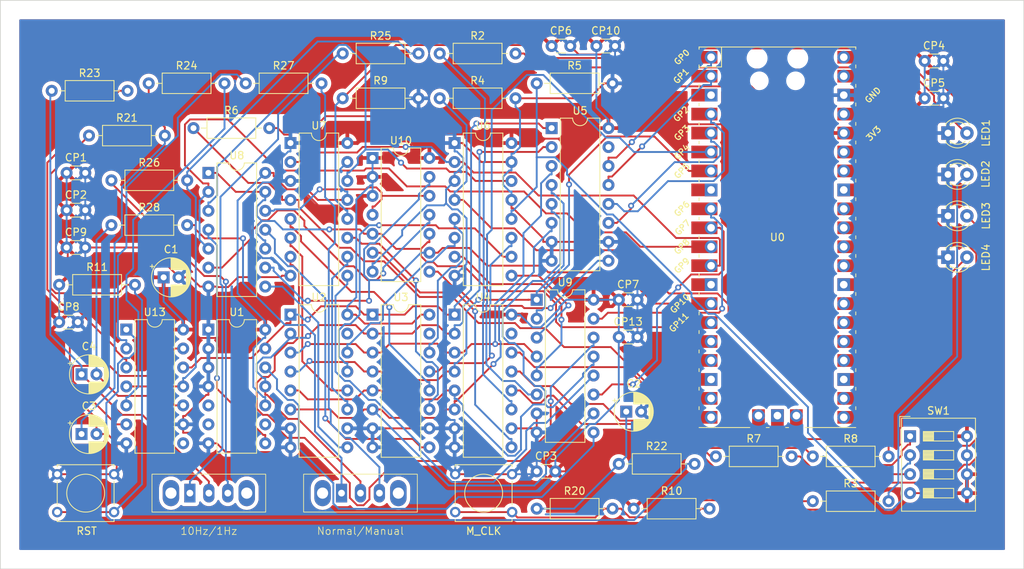
<source format=kicad_pcb>
(kicad_pcb (version 20221018) (generator pcbnew)
  (layers (0 "F.Cu" signal) (31 "B.Cu" signal) (34 "B.Paste" user) (35 "F.Paste" user) (36 "B.SilkS" user "B.Silkscreen") (37 "F.SilkS" user "F.Silkscreen") (38 "B.Mask" user) (39 "F.Mask" user) (44 "Edge.Cuts" user))
  (net 0 "")
  (net 1 "Net-(C2-Pad1)")
  (net 2 "Net-(SW20-B)")
  (net 3 "Net-(C4-Pad2)")
  (net 4 "+3.3V")
  (net 5 "Net-(D1-A)")
  (net 6 "Net-(D2-A)")
  (net 7 "GND")
  (net 8 "Net-(D3-A)")
  (net 9 "Net-(D4-A)")
  (net 10 "Net-(U4-QD)")
  (net 11 "Net-(U4-QC)")
  (net 12 "Net-(U6-IC2)")
  (net 13 "Net-(U6-2C2)")
  (net 14 "Net-(U7-IC2)")
  (net 15 "Net-(U4-QB)")
  (net 16 "Net-(U4-QA)")
  (net 17 "Net-(U7-2C2)")
  (net 18 "Net-(SW18-A)")
  (net 19 "Net-(SW19-A)")
  (net 20 "Net-(R22-Pad2)")
  (net 21 "Net-(R23-Pad2)")
  (net 22 "Net-(R24-Pad2)")
  (net 23 "Net-(SW20-A)")
  (net 24 "Net-(R25-Pad2)")
  (net 25 "Net-(SW20-C)")
  (net 26 "Net-(R27-Pad1)")
  (net 27 "Net-(SW21-C)")
  (net 28 "Net-(SW21-A)")
  (net 29 "/logic/A0")
  (net 30 "/logic/A1")
  (net 32 "/logic/A2")
  (net 33 "/logic/A3")
  (net 34 "/logic/D0")
  (net 35 "/logic/D1")
  (net 36 "Net-(C3-Pad1)")
  (net 38 "/logic/D2")
  (net 39 "/logic/D3")
  (net 40 "/logic/D4")
  (net 41 "/logic/D5")
  (net 43 "/logic/D6")
  (net 44 "/logic/D7")
  (net 48 "/clock_reset/CLOCK")
  (net 51 "/clock_reset/RESET")
  (net 75 "Net-(U1B-~{Q})")
  (net 77 "Net-(U1B-D)")
  (net 78 "Net-(U2-A)")
  (net 79 "Net-(U2-B)")
  (net 80 "Net-(U2-C)")
  (net 81 "Net-(U2-D)")
  (net 82 "Net-(U2-~{LOAD})")
  (net 83 "Net-(U2-QD)")
  (net 84 "Net-(U2-QC)")
  (net 85 "Net-(U2-QB)")
  (net 86 "Net-(U2-QA)")
  (net 88 "Net-(U3-~{LOAD})")
  (net 89 "Net-(U3-QD)")
  (net 90 "Net-(U3-QC)")
  (net 91 "Net-(U3-QB)")
  (net 92 "Net-(U3-QA)")
  (net 94 "Net-(U4-~{LOAD})")
  (net 96 "Net-(U5-~{LOAD})")
  (net 98 "Net-(U6-1Y)")
  (net 99 "Net-(U6-2Y)")
  (net 100 "Net-(U6-A)")
  (net 101 "Net-(U7-1Y)")
  (net 102 "Net-(U7-2Y)")
  (net 103 "Net-(U10-Pad11)")
  (net 104 "Net-(U10-Pad12)")
  (net 105 "Net-(U13-Pad13)")
  (footprint "Resistor_THT:R_Axial_DIN0207_L6.3mm_D2.5mm_P10.16mm_Horizontal" (layer "F.Cu") (at 104 67)
    (fp_text reference "R27")
    (fp_text value "100")
  )
  (footprint "LED_THT:LED_D3.0mm" (layer "F.Cu") (at 198.12 79.21)
    (fp_text reference "LED2")
    (fp_text value "LED")
  )
  (footprint "Resistor_THT:R_Axial_DIN0207_L6.3mm_D2.5mm_P10.16mm_Horizontal" (layer "F.Cu") (at 180 117)
    (fp_text reference "R8")
    (fp_text value "1k")
  )
  (footprint "Package_DIP:DIP-14_W7.62mm" (layer "F.Cu") (at 88 100)
    (fp_text reference "U13")
    (fp_text value "74HC14")
  )
  (footprint "Capacitor_THT:C_Disc_D3.0mm_W1.6mm_P2.50mm" (layer "F.Cu") (at 145 62)
    (fp_text reference "CP6")
    (fp_text value "0.1u")
  )
  (footprint "Capacitor_THT:C_Disc_D3.0mm_W1.6mm_P2.50mm" (layer "F.Cu") (at 151 62)
    (fp_text reference "CP10")
    (fp_text value "0.1u")
  )
  (footprint "LED_THT:LED_D3.0mm" (layer "F.Cu") (at 198.12 84.76)
    (fp_text reference "LED3")
    (fp_text value "LED")
  )
  (footprint "Package_DIP:DIP-14_W7.62mm" (layer "F.Cu") (at 99 79)
    (fp_text reference "U8")
    (fp_text value "74LS32")
  )
  (footprint "Resistor_THT:R_Axial_DIN0207_L6.3mm_D2.5mm_P10.16mm_Horizontal" (layer "F.Cu") (at 180 123)
    (fp_text reference "R3")
    (fp_text value "1k")
  )
  (footprint "Switch:Toggle_Switch" (layer "F.Cu") (at 119.38 124.46)
    (fp_text reference "Normal/Manual")
    (fp_text value "SW_SPDT")
  )
  (footprint "Resistor_THT:R_Axial_DIN0207_L6.3mm_D2.5mm_P10.16mm_Horizontal" (layer "F.Cu") (at 167 117)
    (fp_text reference "R7")
    (fp_text value "1k")
  )
  (footprint "Resistor_THT:R_Axial_DIN0207_L6.3mm_D2.5mm_P10.16mm_Horizontal" (layer "F.Cu") (at 130 69)
    (fp_text reference "R4")
    (fp_text value "1k")
  )
  (footprint "Resistor_THT:R_Axial_DIN0207_L6.3mm_D2.5mm_P10.16mm_Horizontal" (layer "F.Cu") (at 156 124)
    (fp_text reference "R10")
    (fp_text value "1k")
  )
  (footprint "Capacitor_THT:CP_Radial_D5.0mm_P2.00mm" (layer "F.Cu") (at 93 93)
    (fp_text reference "C1")
    (fp_text value "100u")
  )
  (footprint "Button_Switch_THT:SW_Tactile_Straight_KSL0Axx1LFTR" (layer "F.Cu") (at 78.74 119.38)
    (fp_text reference "RST")
    (fp_text value "SW_MEC_5E")
  )
  (footprint "Capacitor_THT:C_Disc_D3.0mm_W1.6mm_P2.50mm" (layer "F.Cu") (at 154 96)
    (fp_text reference "CP7")
    (fp_text value "0.1u")
  )
  (footprint "Resistor_THT:R_Axial_DIN0207_L6.3mm_D2.5mm_P10.16mm_Horizontal" (layer "F.Cu") (at 143 67)
    (fp_text reference "R5")
    (fp_text value "1k")
  )
  (footprint "Resistor_THT:R_Axial_DIN0207_L6.3mm_D2.5mm_P10.16mm_Horizontal" (layer "F.Cu") (at 117 63)
    (fp_text reference "R25")
    (fp_text value "3.3k")
  )
  (footprint "Resistor_THT:R_Axial_DIN0207_L6.3mm_D2.5mm_P10.16mm_Horizontal" (layer "F.Cu") (at 97 73)
    (fp_text reference "R6")
    (fp_text value "1k")
  )
  (footprint "Package_DIP:DIP-16_W7.62mm" (layer "F.Cu") (at 132 98)
    (fp_text reference "U4")
    (fp_text value "74LS161")
  )
  (footprint "Capacitor_THT:CP_Radial_D5.0mm_P2.00mm" (layer "F.Cu") (at 155 111)
    (fp_text reference "C2")
    (fp_text value "10u")
  )
  (footprint "Package_DIP:DIP-16_W7.62mm" (layer "F.Cu") (at 145 73)
    (fp_text reference "U5")
    (fp_text value "74LS161")
  )
  (footprint "Resistor_THT:R_Axial_DIN0207_L6.3mm_D2.5mm_P10.16mm_Horizontal" (layer "F.Cu") (at 78 68)
    (fp_text reference "R23")
    (fp_text value "100k")
  )
  (footprint "Resistor_THT:R_Axial_DIN0207_L6.3mm_D2.5mm_P10.16mm_Horizontal" (layer "F.Cu") (at 86 86)
    (fp_text reference "R28")
    (fp_text value "100")
  )
  (footprint "Button_Switch_THT:SW_DIP_SPSTx04_Slide_9.78x12.34mm_W7.62mm_P2.54mm" (layer "F.Cu") (at 193.04 114.3)
    (fp_text reference "SW1")
    (fp_text value "SW_DIP_x04")
  )
  (footprint "Resistor_THT:R_Axial_DIN0207_L6.3mm_D2.5mm_P10.16mm_Horizontal" (layer "F.Cu") (at 83 74)
    (fp_text reference "R21")
    (fp_text value "100k")
  )
  (footprint "Resistor_THT:R_Axial_DIN0207_L6.3mm_D2.5mm_P10.16mm_Horizontal" (layer "F.Cu") (at 79 94)
    (fp_text reference "R11")
    (fp_text value "1k")
  )
  (footprint "Capacitor_THT:C_Disc_D3.0mm_W1.6mm_P2.50mm" (layer "F.Cu") (at 79 99)
    (fp_text reference "CP8")
    (fp_text value "0.1u")
  )
  (footprint "RPi_Pico:RPi_Pico_SMD_TH" (layer "F.Cu") (at 175.26 87.63)
    (fp_text reference "U0")
    (fp_text value "Pico")
  )
  (footprint "LED_THT:LED_D3.0mm" (layer "F.Cu") (at 198.12 73.66)
    (fp_text reference "LED1")
    (fp_text value "LED")
  )
  (footprint "Package_DIP:DIP-16_W7.62mm" (layer "F.Cu") (at 132 75)
    (fp_text reference "U6")
    (fp_text value "74HC153")
  )
  (footprint "Capacitor_THT:C_Disc_D3.0mm_W1.6mm_P2.50mm" (layer "F.Cu") (at 195 64)
    (fp_text reference "CP4")
    (fp_text value "0.1u")
  )
  (footprint "Capacitor_THT:CP_Radial_D5.0mm_P2.00mm" (layer "F.Cu") (at 82 114)
    (fp_text reference "C3")
    (fp_text value "10u")
  )
  (footprint "Resistor_THT:R_Axial_DIN0207_L6.3mm_D2.5mm_P10.16mm_Horizontal" (layer "F.Cu") (at 143 124)
    (fp_text reference "R20")
    (fp_text value "10k")
  )
  (footprint "Capacitor_THT:C_Disc_D3.0mm_W1.6mm_P2.50mm" (layer "F.Cu") (at 195 69)
    (fp_text reference "CP5")
    (fp_text value "0.1u")
  )
  (footprint "Capacitor_THT:C_Disc_D3.0mm_W1.6mm_P2.50mm" (layer "F.Cu") (at 80 84)
    (fp_text reference "CP2")
    (fp_text value "0.1u")
  )
  (footprint "Capacitor_THT:CP_Radial_D5.0mm_P2.00mm" (layer "F.Cu") (at 82 106)
    (fp_text reference "C4")
    (fp_text value "10u")
  )
  (footprint "Package_DIP:DIP-16_W7.62mm" (layer "F.Cu") (at 110 75)
    (fp_text reference "U7")
    (fp_text value "74HC153")
  )
  (footprint "LED_THT:LED_D3.0mm" (layer "F.Cu") (at 198.12 90.31)
    (fp_text reference "LED4")
    (fp_text value "LED")
  )
  (footprint "Resistor_THT:R_Axial_DIN0207_L6.3mm_D2.5mm_P10.16mm_Horizontal" (layer "F.Cu") (at 154 118)
    (fp_text reference "R22")
    (fp_text value "100k")
  )
  (footprint "Switch:Toggle_Switch" (layer "F.Cu") (at 99.06 124.46)
    (fp_text reference "10Hz/1Hz")
    (fp_text value "SW_SPDT")
  )
  (footprint "Resistor_THT:R_Axial_DIN0207_L6.3mm_D2.5mm_P10.16mm_Horizontal" (layer "F.Cu") (at 86 80)
    (fp_text reference "R26")
    (fp_text value "33k")
  )
  (footprint "Button_Switch_THT:SW_Tactile_Straight_KSL0Axx1LFTR" (layer "F.Cu") (at 132.08 119.38)
    (fp_text reference "M_CLK")
    (fp_text value "SW_MEC_5E")
  )
  (footprint "Capacitor_THT:C_Disc_D3.0mm_W1.6mm_P2.50mm" (layer "F.Cu") (at 143 119)
    (fp_text reference "CP3")
    (fp_text value "0.1u")
  )
  (footprint "Package_DIP:DIP-14_W7.62mm" (layer "F.Cu") (at 121 77)
    (fp_text reference "U10")
    (fp_text value "74LS10")
  )
  (footprint "Capacitor_THT:C_Disc_D3.0mm_W1.6mm_P2.50mm" (layer "F.Cu") (at 80 79)
    (fp_text reference "CP1")
    (fp_text value "0.1u")
  )
  (footprint "Package_DIP:DIP-16_W7.62mm" (layer "F.Cu") (at 143 96)
    (fp_text reference "U9")
    (fp_text value "74HC283")
  )
  (footprint "Resistor_THT:R_Axial_DIN0207_L6.3mm_D2.5mm_P10.16mm_Horizontal" (layer "F.Cu") (at 117 69)
    (fp_text reference "R9")
    (fp_text value "1k")
  )
  (footprint "Resistor_THT:R_Axial_DIN0207_L6.3mm_D2.5mm_P10.16mm_Horizontal" (layer "F.Cu") (at 91 67)
    (fp_text reference "R24")
    (fp_text value "100k")
  )
  (footprint "Capacitor_THT:C_Disc_D3.0mm_W1.6mm_P2.50mm" (layer "F.Cu") (at 80 89)
    (fp_text reference "CP9")
    (fp_text value "0.1u")
  )
  (footprint "Package_DIP:DIP-16_W7.62mm" (layer "F.Cu") (at 121 98)
    (fp_text reference "U3")
    (fp_text value "74LS161")
  )
  (footprint "Capacitor_THT:C_Disc_D3.0mm_W1.6mm_P2.50mm" (layer "F.Cu") (at 154 101)
    (fp_text reference "CP13")
    (fp_text value "0.1u")
  )
  (footprint "Package_DIP:DIP-16_W7.62mm" (layer "F.Cu") (at 110 98)
    (fp_text reference "U2")
    (fp_text value "74LS161")
  )
  (footprint "Resistor_THT:R_Axial_DIN0207_L6.3mm_D2.5mm_P10.16mm_Horizontal" (layer "F.Cu") (at 130 63)
    (fp_text reference "R2")
    (fp_text value "1k")
  )
  (footprint "Package_DIP:DIP-14_W7.62mm" (layer "F.Cu") (at 99 100)
    (fp_text reference "U1")
    (fp_text value "74HC74")
  )
  (gr_rect (start 71.12 55.88) (end 208.28 132.08) (stroke (width 0.1)) (fill none) (layer "Edge.Cuts"))
  (segment (start 154 118) (end 148 124) (width 0.25) (layer "B.Cu") (net 1))
  (segment (start 148 124) (end 143 124) (width 0.25) (layer "B.Cu") (net 1))
  (segment (start 155 111) (end 155 117) (width 0.25) (layer "B.Cu") (net 1))
  (segment (start 155 117) (end 154 118) (width 0.25) (layer "B.Cu") (net 1))
  (segment (start 87.43 111.43) (end 82 106) (width 0.25) (layer "F.Cu") (net 2))
  (segment (start 99.06 120.3449) (end 90.1451 111.43) (width 0.25) (layer "F.Cu") (net 2))
  (segment (start 99.06 121.92) (end 99.06 120.3449) (width 0.25) (layer "F.Cu") (net 2))
  (segment (start 90.1451 111.43) (end 87.43 111.43) (width 0.25) (layer "F.Cu") (net 2))
  (segment (start 77.8149 68.1851) (end 78 68) (width 0.25) (layer "B.Cu") (net 2))
  (segment (start 77.8149 100.6898) (end 77.8149 68.1851) (width 0.25) (layer "B.Cu") (net 2))
  (segment (start 82 106) (end 82 104.8749) (width 0.25) (layer "B.Cu") (net 2))
  (segment (start 82 104.8749) (end 77.8149 100.6898) (width 0.25) (layer "B.Cu") (net 2))
  (segment (start 86.89 108.89) (end 93.2249 108.89) (width 0.25) (layer "F.Cu") (net 3))
  (segment (start 95.62 110.16) (end 94.4949 110.16) (width 0.25) (layer "F.Cu") (net 3))
  (segment (start 84 106) (end 86.89 108.89) (width 0.25) (layer "F.Cu") (net 3))
  (segment (start 93.2249 108.89) (end 94.4949 110.16) (width 0.25) (layer "F.Cu") (net 3))
  (segment (start 84 106) (end 84 88) (width 0.25) (layer "B.Cu") (net 3))
  (segment (start 84 88) (end 86 86) (width 0.25) (layer "B.Cu") (net 3))
  (segment (start 200.66 121.92) (end 199.5349 121.92) (width 0.25) (layer "F.Cu") (net 4))
  (segment (start 168.8345 124.1313) (end 167.578 122.8748) (width 0.25) (layer "F.Cu") (net 4))
  (segment (start 126.1754 76.4374) (end 126.9323 76.4374) (width 0.25) (layer "F.Cu") (net 4))
  (segment (start 117.62 98) (end 118.7451 98) (width 0.25) (layer "F.Cu") (net 4))
  (segment (start 118.1676 83.7873) (end 119.8749 82.08) (width 0.25) (layer "F.Cu") (net 4))
  (segment (start 126.1754 75.2237) (end 125.7381 74.7864) (width 0.25) (layer "F.Cu") (net 4))
  (segment (start 93 93) (end 91.8749 93) (width 0.25) (layer "F.Cu") (net 4))
  (segment (start 181.7998 72.4849) (end 182.9749 73.66) (width 0.25) (layer "F.Cu") (net 4))
  (segment (start 80.1489 89.1489) (end 80 89) (width 0.25) (layer "F.Cu") (net 4))
  (segment (start 107.7451 79) (end 107.7451 79.4219) (width 0.25) (layer "F.Cu") (net 4))
  (segment (start 104.3697 101.1252) (end 97.8703 101.1252) (width 0.25) (layer "F.Cu") (net 4))
  (segment (start 190.9811 79.9151) (end 190.9811 73.66) (width 0.25) (layer "F.Cu") (net 4))
  (segment (start 91.726 92.8511) (end 80.1489 92.8511) (width 0.25) (layer "F.Cu") (net 4))
  (segment (start 152.62 73) (end 153.7451 73) (width 0.25) (layer "F.Cu") (net 4))
  (segment (start 117.62 75) (end 118.7451 75) (width 0.25) (layer "F.Cu") (net 4))
  (segment (start 154.2602 72.4849) (end 181.7998 72.4849) (width 0.25) (layer "F.Cu") (net 4))
  (segment (start 150.0801 74.4148) (end 151.4949 73) (width 0.25) (layer "F.Cu") (net 4))
  (segment (start 157.1252 122.8748) (end 156 124) (width 0.25) (layer "F.Cu") (net 4))
  (segment (start 199.5349 121.92) (end 197.3236 124.1313) (width 0.25) (layer "F.Cu") (net 4))
  (segment (start 118.7451 98) (end 119.9418 99.1967) (width 0.25) (layer "F.Cu") (net 4))
  (segment (start 139.62 75) (end 140.7451 75) (width 0.25) (layer "F.Cu") (net 4))
  (segment (start 184.15 73.66) (end 190.9811 73.66) (width 0.25) (layer "F.Cu") (net 4))
  (segment (start 190.9811 73.0189) (end 195 69) (width 0.25) (layer "F.Cu") (net 4))
  (segment (start 145.5 119) (end 151 119) (width 0.25) (layer "F.Cu") (net 4))
  (segment (start 190.9811 73.66) (end 190.9811 73.0189) (width 0.25) (layer "F.Cu") (net 4))
  (segment (start 201.9117 89.8071) (end 199.1894 87.0848) (width 0.25) (layer "F.Cu") (net 4))
  (segment (start 153.7451 73) (end 154.2602 72.4849) (width 0.25) (layer "F.Cu") (net 4))
  (segment (start 141.3303 74.4148) (end 150.0801 74.4148) (width 0.25) (layer "F.Cu") (net 4))
  (segment (start 197.3236 124.1313) (end 168.8345 124.1313) (width 0.25) (layer "F.Cu") (net 4))
  (segment (start 80.1489 92.8511) (end 80.1489 89.1489) (width 0.25) (layer "F.Cu") (net 4))
  (segment (start 140.7451 75) (end 141.3303 74.4148) (width 0.25) (layer "F.Cu") (net 4))
  (segment (start 95.62 100) (end 96.7451 100) (width 0.25) (layer "F.Cu") (net 4))
  (segment (start 199.1894 87.0848) (end 198.1508 87.0848) (width 0.25) (layer "F.Cu") (net 4))
  (segment (start 118.9587 74.7864) (end 118.7451 75) (width 0.25) (layer "F.Cu") (net 4))
  (segment (start 126.1754 76.4374) (end 126.1754 75.2237) (width 0.25) (layer "F.Cu") (net 4))
  (segment (start 128.62 98) (end 127.4949 98) (width 0.25) (layer "F.Cu") (net 4))
  (segment (start 91.8749 93) (end 91.726 92.8511) (width 0.25) (layer "F.Cu") (net 4))
  (segment (start 201.9117 111.9232) (end 201.9117 89.8071) (width 0.25) (layer "F.Cu") (net 4))
  (segment (start 109.5284 81.2052) (end 111.5753 81.2052) (width 0.25) (layer "F.Cu") (net 4))
  (segment (start 125.7381 74.7864) (end 118.9587 74.7864) (width 0.25) (layer "F.Cu") (net 4))
  (segment (start 128.62 77) (end 128.62 75.8749) (width 0.25) (layer "F.Cu") (net 4))
  (segment (start 139.0575 75) (end 139.62 75) (width 0.25) (layer "F.Cu") (net 4))
  (segment (start 122.6877 76.4374) (end 126.1754 76.4374) (width 0.25) (layer "F.Cu") (net 4))
  (segment (start 106.62 79) (end 107.7451 79) (width 0.25) (layer "F.Cu") (net 4))
  (segment (start 128.62 77) (end 127.4949 77) (width 0.25) (layer "F.Cu") (net 4))
  (segment (start 139.0575 75) (end 138.4949 75) (width 0.25) (layer "F.Cu") (net 4))
  (segment (start 137.3346 73.8397) (end 130.6552 73.8397) (width 0.25) (layer "F.Cu") (net 4))
  (segment (start 126.2982 99.1967) (end 127.4949 98) (width 0.25) (layer "F.Cu") (net 4))
  (segment (start 152.62 73) (end 151.4949 73) (width 0.25) (layer "F.Cu") (net 4))
  (segment (start 111.5753 81.2052) (end 114.1574 83.7873) (width 0.25) (layer "F.Cu") (net 4))
  (segment (start 122.1251 77) (end 122.6877 76.4374) (width 0.25) (layer "F.Cu") (net 4))
  (segment (start 106.62 100) (end 105.4949 100) (width 0.25) (layer "F.Cu") (net 4))
  (segment (start 184.15 73.66) (end 182.9749 73.66) (width 0.25) (layer "F.Cu") (net 4))
  (segment (start 107.7451 79.4219) (end 109.5284 81.2052) (width 0.25) (layer "F.Cu") (net 4))
  (segment (start 80.1489 92.8511) (end 79 94) (width 0.25) (layer "F.Cu") (net 4))
  (segment (start 121 77) (end 122.1251 77) (width 0.25) (layer "F.Cu") (net 4))
  (segment (start 151 119) (end 156 124) (width 0.25) (layer "F.Cu") (net 4))
  (segment (start 198.1508 87.0848) (end 190.9811 79.9151) (width 0.25) (layer "F.Cu") (net 4))
  (segment (start 130.6552 73.8397) (end 128.62 75.8749) (width 0.25) (layer "F.Cu") (net 4))
  (segment (start 138.4949 75) (end 137.3346 73.8397) (width 0.25) (layer "F.Cu") (net 4))
  (segment (start 97.8703 101.1252) (end 96.7451 100) (width 0.25) (layer "F.Cu") (net 4))
  (segment (start 119.9418 99.1967) (end 126.2982 99.1967) (width 0.25) (layer "F.Cu") (net 4))
  (segment (start 126.9323 76.4374) (end 127.4949 77) (width 0.25) (layer "F.Cu") (net 4))
  (segment (start 200.66 114.3) (end 200.66 113.1749) (width 0.25) (layer "F.Cu") (net 4))
  (segment (start 114.1574 83.7873) (end 118.1676 83.7873) (width 0.25) (layer "F.Cu") (net 4))
  (segment (start 200.66 113.1749) (end 201.9117 111.9232) (width 0.25) (layer "F.Cu") (net 4))
  (segment (start 121 82.08) (end 119.8749 82.08) (width 0.25) (layer "F.Cu") (net 4))
  (segment (start 167.578 122.8748) (end 157.1252 122.8748) (width 0.25) (layer "F.Cu") (net 4))
  (segment (start 105.4949 100) (end 104.3697 101.1252) (width 0.25) (layer "F.Cu") (net 4))
  (segment (start 95.62 100) (end 95.62 98.8749) (width 0.25) (layer "B.Cu") (net 4))
  (segment (start 118.8206 95.6743) (end 117.62 96.8749) (width 0.25) (layer "B.Cu") (net 4))
  (segment (start 146.0311 96.9492) (end 146.9803 96) (width 0.25) (layer "B.Cu") (net 4))
  (segment (start 146.0311 97.2083) (end 146.0311 96.9492) (width 0.25) (layer "B.Cu") (net 4))
  (segment (start 151 63.1644) (end 146.1644 63.1644) (width 0.25) (layer "B.Cu") (net 4))
  (segment (start 106.62 100.5625) (end 106.62 101.1251) (width 0.25) (layer "B.Cu") (net 4))
  (segment (start 102.9122 95.1671) (end 106.62 98.8749) (width 0.25) (layer "B.Cu") (net 4))
  (segment (start 142.442 99.6969) (end 143.5425 99.6969) (width 0.25) (layer "B.Cu") (net 4))
  (segment (start 93 96.2549) (end 95.62 98.8749) (width 0.25) (layer "B.Cu") (net 4))
  (segment (start 154 96) (end 151.7451 96) (width 0.25) (layer "B.Cu") (net 4))
  (segment (start 102.9122 82.7078) (end 102.9122 95.1671) (width 0.25) (layer "B.Cu") (net 4))
  (segment (start 154 109.4991) (end 154 101) (width 0.25) (layer "B.Cu") (net 4))
  (segment (start 121 80.6651) (end 120.7187 80.6651) (width 0.25) (layer "B.Cu") (net 4))
  (segment (start 143.5425 99.6969) (end 146.0311 97.2083) (width 0.25) (layer "B.Cu") (net 4))
  (segment (start 150.8443 112.6548) (end 154 109.4991) (width 0.25) (layer "B.Cu") (net 4))
  (segment (start 80 79) (end 80 84) (width 0.25) (layer "B.Cu") (net 4))
  (segment (start 154 101) (end 154 96) (width 0.25) (layer "B.Cu") (net 4))
  (segment (start 79 99) (end 79 94) (width 0.25) (layer "B.Cu") (net 4))
  (segment (start 106.62 100.5625) (end 106.62 100) (width 0.25) (layer "B.Cu") (net 4))
  (segment (start 140.7451 98) (end 142.442 99.6969) (width 0.25) (layer "B.Cu") (net 4))
  (segment (start 121 82.08) (end 121 80.6651) (width 0.25) (layer "B.Cu") (net 4))
  (segment (start 106.62 101.1251) (end 106.3868 101.1251) (width 0.25) (layer "B.Cu") (net 4))
  (segment (start 118.8206 82.5632) (end 118.8206 95.6743) (width 0.25) (layer "B.Cu") (net 4))
  (segment (start 93 93) (end 93 96.2549) (width 0.25) (layer "B.Cu") (net 4))
  (segment (start 80 89) (end 80 84) (width 0.25) (layer "B.Cu") (net 4))
  (segment (start 106.62 100) (end 106.62 98.8749) (width 0.25) (layer "B.Cu") (net 4))
  (segment (start 106.3387 109.0349) (end 106.62 109.0349) (width 0.25) (layer "B.Cu") (net 4))
  (segment (start 139.62 98) (end 140.7451 98) (width 0.25) (layer "B.Cu") (net 4))
  (segment (start 146.1644 63.1644) (end 145 62) (width 0.25) (layer "B.Cu") (net 4))
  (segment (start 150.0818 112.6548) (end 150.8443 112.6548) (width 0.25) (layer "B.Cu") (net 4))
  (segment (start 106.62 79) (end 102.9122 82.7078) (width 0.25) (layer "B.Cu") (net 4))
  (segment (start 146.9803 96) (end 149.4949 96) (width 0.25) (layer "B.Cu") (net 4))
  (segment (start 200.66 116.84) (end 200.66 119.38) (width 0.25) (layer "B.Cu") (net 4))
  (segment (start 105.0204 102.4915) (end 105.0204 107.7166) (width 0.25) (layer "B.Cu") (net 4))
  (segment (start 105.0204 107.7166) (end 106.3387 109.0349) (width 0.25) (layer "B.Cu") (net 4))
  (segment (start 150.62 96) (end 149.4949 96) (width 0.25) (layer "B.Cu") (net 4))
  (segment (start 145.5 119) (end 145.5 117.2366) (width 0.25) (layer "B.Cu") (net 4))
  (segment (start 151 63.1644) (end 151 62) (width 0.25) (layer "B.Cu") (net 4))
  (segment (start 145.5 117.2366) (end 150.0818 112.6548) (width 0.25) (layer "B.Cu") (net 4))
  (segment (start 152.62 73) (end 152.62 71.8749) (width 0.25) (layer "B.Cu") (net 4))
  (segment (start 152.62 71.8749) (end 151 70.2549) (width 0.25) (layer "B.Cu") (net 4))
  (segment (start 121 79.54) (end 121 80.6651) (width 0.25) (layer "B.Cu") (net 4))
  (segment (start 120.7187 80.6651) (end 118.8206 82.5632) (width 0.25) (layer "B.Cu") (net 4))
  (segment (start 200.66 116.84) (end 200.66 114.3) (width 0.25) (layer "B.Cu") (net 4))
  (segment (start 195 64) (end 195 69) (width 0.25) (layer "B.Cu") (net 4))
  (segment (start 106.3868 101.1251) (end 105.0204 102.4915) (width 0.25) (layer "B.Cu") (net 4))
  (segment (start 106.62 110.16) (end 106.62 109.0349) (width 0.25) (layer "B.Cu") (net 4))
  (segment (start 200.66 119.38) (end 200.66 121.92) (width 0.25) (layer "B.Cu") (net 4))
  (segment (start 150.62 96) (end 151.7451 96) (width 0.25) (layer "B.Cu") (net 4))
  (segment (start 117.62 98) (end 117.62 96.8749) (width 0.25) (layer "B.Cu") (net 4))
  (segment (start 121 79.54) (end 121 77) (width 0.25) (layer "B.Cu") (net 4))
  (segment (start 151 70.2549) (end 151 63.1644) (width 0.25) (layer "B.Cu") (net 4))
  (segment (start 192.4776 64.8649) (end 196.25 68.6373) (width 0.25) (layer "F.Cu") (net 5))
  (segment (start 140.16 63) (end 141.2851 63) (width 0.25) (layer "F.Cu") (net 5))
  (segment (start 180.069772 65.135128) (end 180.34 64.8649) (width 0.25) (layer "F.Cu") (net 5))
  (segment (start 180.34 64.8649) (end 192.4776 64.8649) (width 0.25) (layer "F.Cu") (net 5))
  (segment (start 196.25 69.4) (end 200.51 73.66) (width 0.25) (layer "F.Cu") (net 5))
  (segment (start 170.450228 65.135128) (end 180.069772 65.135128) (width 0.25) (layer "F.Cu") (net 5))
  (segment (start 196.25 68.6373) (end 196.25 69.4) (width 0.25) (layer "F.Cu") (net 5))
  (segment (start 170.18 64.8649) (end 170.450228 65.135128) (width 0.25) (layer "F.Cu") (net 5))
  (segment (start 143.15 64.8649) (end 170.18 64.8649) (width 0.25) (layer "F.Cu") (net 5))
  (segment (start 141.2851 63) (end 143.15 64.8649) (width 0.25) (layer "F.Cu") (net 5))
  (segment (start 200.51 73.66) (end 200.66 73.66) (width 0.25) (layer "F.Cu") (net 5))
  (segment (start 190.16 123) (end 190.16 121.8749) (width 0.25) (layer "B.Cu") (net 6))
  (segment (start 200.66 79.21) (end 199.3452 80.5248) (width 0.25) (layer "B.Cu") (net 6))
  (segment (start 199.3452 80.5248) (end 199.3452 103.6157) (width 0.25) (layer "B.Cu") (net 6))
  (segment (start 191.4647 111.4962) (end 191.4647 120.5702) (width 0.25) (layer "B.Cu") (net 6))
  (segment (start 199.3452 103.6157) (end 191.4647 111.4962) (width 0.25) (layer "B.Cu") (net 6))
  (segment (start 191.4647 120.5702) (end 190.16 121.8749) (width 0.25) (layer "B.Cu") (net 6))
  (segment (start 80.4247 100.0753) (end 80.4247 108.3638) (width 0.25) (layer "F.Cu") (net 7))
  (segment (start 109.16 73.8749) (end 110 73.8749) (width 0.25) (layer "F.Cu") (net 7))
  (segment (start 184.15 68.58) (end 172.935 68.58) (width 0.25) (layer "F.Cu") (net 7))
  (segment (start 86.7049 119.0351) (end 86.36 119.38) (width 0.25) (layer "F.Cu") (net 7))
  (segment (start 133.1251 75) (end 133.1251 75.083) (width 0.25) (layer "F.Cu") (net 7))
  (segment (start 95 92.916) (end 95 93) (width 0.25) (layer "F.Cu") (net 7))
  (segment (start 108.6849 92.97) (end 108.8749 92.78) (width 0.25) (layer "F.Cu") (net 7))
  (segment (start 140.16 69) (end 150.0349 69) (width 0.25) (layer "F.Cu") (net 7))
  (segment (start 113.6651 82.62) (end 111.1251 80.08) (width 0.25) (layer "F.Cu") (net 7))
  (segment (start 135.5821 77.54) (end 138.4949 77.54) (width 0.25) (layer "F.Cu") (net 7))
  (segment (start 139.62 83.7451) (end 139.8463 83.7451) (width 0.25) (layer "F.Cu") (net 7))
  (segment (start 145 88.24) (end 146.1251 88.24) (width 0.25) (layer "F.Cu") (net 7))
  (segment (start 139.62 77.54) (end 138.4949 77.54) (width 0.25) (layer "F.Cu") (net 7))
  (segment (start 110 75) (end 111.1251 75) (width 0.25) (layer "F.Cu") (net 7))
  (segment (start 110 92.78) (end 108.8749 92.78) (width 0.25) (layer "F.Cu") (net 7))
  (segment (start 143 113.78) (end 143 113.24) (width 0.25) (layer "F.Cu") (net 7))
  (segment (start 80.4247 108.3638) (end 84 111.9391) (width 0.25) (layer "F.Cu") (net 7))
  (segment (start 95.62 112.7) (end 95.62 111.5749) (width 0.25) (layer "F.Cu") (net 7))
  (segment (start 101.2973 116.4122) (end 100.1251 115.24) (width 0.25) (layer "F.Cu") (net 7))
  (segment (start 102.9755 92.97) (end 108.6849 92.97) (width 0.25) (layer "F.Cu") (net 7))
  (segment (start 132 75) (end 133.1251 75) (width 0.25) (layer "F.Cu") (net 7))
  (segment (start 99 107.62) (end 99 108.7451) (width 0.25) (layer "F.Cu") (net 7))
  (segment (start 95.8888 111.5749) (end 95.62 111.5749) (width 0.25) (layer "F.Cu") (net 7))
  (segment (start 110 75) (end 110 73.8749) (width 0.25) (layer "F.Cu") (net 7))
  (segment (start 126.0349 69) (end 123.6321 71.4028) (width 0.25) (layer "F.Cu") (net 7))
  (segment (start 98.7186 108.7451) (end 95.8888 111.5749) (width 0.25) (layer "F.Cu") (net 7))
  (segment (start 117.62 82.62) (end 116.4949 82.62) (width 0.25) (layer "F.Cu") (net 7))
  (segment (start 99 94.24) (end 97.8749 94.24) (width 0.25) (layer "F.Cu") (net 7))
  (segment (start 99 94.24) (end 100.1251 94.24) (width 0.25) (layer "F.Cu") (net 7))
  (segment (start 143.8749 87.7737) (end 143.8749 88.24) (width 0.25) (layer "F.Cu") (net 7))
  (segment (start 99 115.24) (end 100.1251 115.24) (width 0.25) (layer "F.Cu") (net 7))
  (segment (start 82.5 89) (end 91.084 89) (width 0.25) (layer "F.Cu") (net 7))
  (segment (start 139.8463 83.7451) (end 143.8749 87.7737) (width 0.25) (layer "F.Cu") (net 7))
  (segment (start 99 115.24) (end 97.8749 115.24) (width 0.25) (layer "F.Cu") (net 7))
  (segment (start 151.4949 88.24) (end 146.1251 88.24) (width 0.25) (layer "F.Cu") (net 7))
  (segment (start 139.7 119.38) (end 132.08 119.38) (width 0.25) (layer "F.Cu") (net 7))
  (segment (start 100.19 94.3049) (end 101.6406 94.3049) (width 0.25) (layer "F.Cu") (net 7))
  (segment (start 110 80.08) (end 111.1251 80.08) (width 0.25) (layer "F.Cu") (net 7))
  (segment (start 153.16 67) (end 154.2851 67) (width 0.25) (layer "F.Cu") (net 7))
  (segment (start 127.16 69) (end 126.0349 69) (width 0.25) (layer "F.Cu") (net 7))
  (segment (start 117.62 113.24) (end 121 113.24) (width 0.25) (layer "F.Cu") (net 7))
  (segment (start 145 88.24) (end 143.8749 88.24) (width 0.25) (layer "F.Cu") (net 7))
  (segment (start 172.935 68.58) (end 171.7598 67.4048) (width 0.25) (layer "F.Cu") (net 7))
  (segment (start 110 115.78) (end 108.8749 115.78) (width 0.25) (layer "F.Cu") (net 7))
  (segment (start 86.7049 115.24) (end 86.8749 115.24) (width 0.25) (layer "F.Cu") (net 7))
  (segment (start 152.3703 63.1297) (end 148.6297 63.1297) (width 0.25) (layer "F.Cu") (net 7))
  (segment (start 143 113.24) (end 140.7451 113.24) (width 0.25) (layer "F.Cu") (net 7))
  (segment (start 123.6321 71.4028) (end 114.7223 71.4028) (width 0.25) (layer "F.Cu") (net 7))
  (segment (start 153.16 67) (end 152.0349 67) (width 0.25) (layer "F.Cu") (net 7))
  (segment (start 84 111.9391) (end 84 114) (width 0.25) (layer "F.Cu") (net 7))
  (segment (start 114.7223 71.4028) (end 111.1251 75) (width 0.25) (layer "F.Cu") (net 7))
  (segment (start 86.36 119.38) (end 78.74 119.38) (width 0.25) (layer "F.Cu") (net 7))
  (segment (start 152.62 88.24) (end 151.4949 88.24) (width 0.25) (layer "F.Cu") (net 7))
  (segment (start 97.8749 115.24) (end 96.46 113.8251) (width 0.25) (layer "F.Cu") (net 7))
  (segment (start 154.6899 67.4048) (end 154.2851 67) (width 0.25) (layer "F.Cu") (net 7))
  (segment (start 85.4649 114) (end 86.7049 115.24) (width 0.25) (layer "F.Cu") (net 7))
  (segment (start 96.46 113.8251) (end 95.62 113.8251) (width 0.25) (layer "F.Cu") (net 7))
  (segment (start 133.1251 75.083) (end 135.5821 77.54) (width 0.25) (layer "F.Cu") (net 7))
  (segment (start 148.6297 63.1297) (end 147.5 62) (width 0.25) (layer "F.Cu") (net 7))
  (segment (start 84 114) (end 85.4649 114) (width 0.25) (layer "F.Cu") (net 7))
  (segment (start 86.7049 115.24) (end 86.7049 119.0351) (width 0.25) (layer "F.Cu") (net 7))
  (segment (start 91.084 89) (end 95 92.916) (width 0.25) (layer "F.Cu") (net 7))
  (segment (start 171.7598 67.4048) (end 154.6899 67.4048) (width 0.25) (layer "F.Cu") (net 7))
  (segment (start 108.2427 116.4122) (end 101.2973 116.4122) (width 0.25) (layer "F.Cu") (net 7))
  (segment (start 101.6406 94.3049) (end 102.9755 92.97) (width 0.25) (layer "F.Cu") (net 7))
  (segment (start 143 113.24) (end 143 111.24) (width 0.25) (layer "F.Cu") (net 7))
  (segment (start 96.6349 93) (end 97.8749 94.24) (width 0.25) (layer "F.Cu") (net 7))
  (segment (start 99 108.7451) (end 98.7186 108.7451) (width 0.25) (layer "F.Cu") (net 7))
  (segment (start 107.16 73) (end 108.2851 73) (width 0.25) (layer "F.Cu") (net 7))
  (segment (start 139.62 82.62) (end 139.62 83.7451) (width 0.25) (layer "F.Cu") (net 7))
  (segment (start 81.5 99) (end 80.4247 100.0753) (width 0.25) (layer "F.Cu") (net 7))
  (segment (start 88 115.24) (end 86.8749 115.24) (width 0.25) (layer "F.Cu") (net 7))
  (segment (start 95 93) (end 96.6349 93) (width 0.25) (layer "F.Cu") (net 7))
  (segment (start 95.62 112.7) (end 95.62 113.8251) (width 0.25) (layer "F.Cu") (net 7))
  (segment (start 128.62 113.24) (end 121 113.24) (width 0.25) (layer "F.Cu") (net 7))
  (segment (start 100.1251 94.24) (end 100.19 94.3049) (width 0.25) (layer "F.Cu") (net 7))
  (segment (start 108.2851 73) (end 109.16 73.8749) (width 0.25) (layer "F.Cu") (net 7))
  (segment (start 153.5 62) (end 152.3703 63.1297) (width 0.25) (layer "F.Cu") (net 7))
  (segment (start 116.4949 82.62) (end 113.6651 82.62) (width 0.25) (layer "F.Cu") (net 7))
  (segment (start 108.8749 115.78) (end 108.2427 116.4122) (width 0.25) (layer "F.Cu") (net 7))
  (segment (start 150.0349 69) (end 152.0349 67) (width 0.25) (layer "F.Cu") (net 7))
  (segment (start 139.62 113.24) (end 140.7451 113.24) (width 0.25) (layer "F.Cu") (net 7))
  (segment (start 132 112.1149) (end 131.3852 112.1149) (width 0.25) (layer "B.Cu") (net 7))
  (segment (start 127.16 69) (end 127.16 70.1251) (width 0.25) (layer "B.Cu") (net 7))
  (segment (start 117.62 81.4949) (end 117.3387 81.4949) (width 0.25) (layer "B.Cu") (net 7))
  (segment (start 139.3386 78.6651) (end 138.4949 79.5088) (width 0.25) (layer "B.Cu") (net 7))
  (segment (start 198.12 79.21) (end 198.12 84.76) (width 0.25) (layer "B.Cu") (net 7))
  (segment (start 139.62 82.62) (end 139.62 81.4949) (width 0.25) (layer "B.Cu") (net 7))
  (segment (start 131.1277 111.8574) (end 129.7451 113.24) (width 0.25) (layer "B.Cu") (net 7))
  (segment (start 197.5 64) (end 197.5 69) (width 0.25) (layer "B.Cu") (net 7))
  (segment (start 140.16 69) (end 140.16 70.1251) (width 0.25) (layer "B.Cu") (net 7))
  (segment (start 110 75) (end 110 76.1251) (width 0.25) (layer "B.Cu") (net 7))
  (segment (start 133.1506 76.9944) (end 133.1506 78.0374) (width 0.25) (layer "B.Cu") (net 7))
  (segment (start 186.8953 70.1502) (end 185.3251 68.58) (width 0.25) (layer "B.Cu") (net 7))
  (segment (start 110 76.1251) (end 109.7186 76.1251) (width 0.25) (layer "B.Cu") (net 7))
  (segment (start 132 113.24) (end 132 112.1149) (width 0.25) (layer "B.Cu") (net 7))
  (segment (start 198.12 73.66) (end 198.12 72.4349) (width 0.25) (layer "B.Cu") (net 7))
  (segment (start 130.9098 73.8749) (end 132 73.8749) (width 0.25) (layer "B.Cu") (net 7))
  (segment (start 152.62 88.24) (end 152.62 89.3651) (width 0.25) (layer "B.Cu") (net 7))
  (segment (start 110 92.78) (end 107.65 90.43) (width 0.25) (layer "B.Cu") (net 7))
  (segment (start 132 92.78) (end 132 93.9051) (width 0.25) (layer "B.Cu") (net 7))
  (segment (start 132.3988 83.89) (end 133.5999 85.0911) (width 0.25) (layer "B.Cu") (net 7))
  (segment (start 132.08 116.9851) (end 132.08 119.38) (width 0.25) (layer "B.Cu") (net 7))
  (segment (start 121 92.24) (end 121 91.1149) (width 0.25) (layer "B.Cu") (net 7))
  (segment (start 108.8749 76.9688) (end 108.8749 80.08) (width 0.25) (layer "B.Cu") (net 7))
  (segment (start 132.2331 78.9549) (end 132 78.9549) (width 0.25) (layer "B.Cu") (net 7))
  (segment (start 145 90.78) (end 145 88.24) (width 0.25) (layer "B.Cu") (net 7))
  (segment (start 124.9693 87.3787) (end 121.2331 91.1149) (width 0.25) (layer "B.Cu") (net 7))
  (segment (start 82.5 84) (end 82.5 89) (width 0.25) (layer "B.Cu") (net 7))
  (segment (start 108.6849 80.27) (end 108.8749 80.08) (width 0.25) (layer "B.Cu") (net 7))
  (segment (start 106.2967 80.27) (end 108.6849 80.27) (width 0.25) (layer "B.Cu") (net 7))
  (segment (start 197.5 69) (end 197.5 70.1502) (width 0.25) (layer "B.Cu") (net 7))
  (segment (start 133.5999 91.1801) (end 132 92.78) (width 0.25) (layer "B.Cu") (net 7))
  (segment (start 155.1154 102.3846) (end 155.1154 107.9619) (width 0.25) (layer "B.Cu") (net 7))
  (segment (start 110 80.08) (end 108.8749 80.08) (width 0.25) (layer "B.Cu") (net 7))
  (segment (start 153.16 67) (end 153.16 65.8749) (width 0.25) (layer "B.Cu") (net 7))
  (segment (start 99 100) (end 99 94.24) (width 0.25) (layer "B.Cu") (net 7))
  (segment (start 197.5 71.8149) (end 198.12 72.4349) (width 0.25) (layer "B.Cu") (net 7))
  (segment (start 156.5 93.012) (end 152.8531 89.3651) (width 0.25) (layer "B.Cu") (net 7))
  (segment (start 106.2683 90.43) (end 104.9823 89.144) (width 0.25) (layer "B.Cu") (net 7))
  (segment (start 157 109.8465) (end 157 111) (width 0.25) (layer "B.Cu") (net 7))
  (segment (start 99 105.08) (end 99 107.62) (width 0.25) (layer "B.Cu") (net 7))
  (segment (start 156.5 101) (end 155.1154 102.3846) (width 0.25) (layer "B.Cu") (net 7))
  (segment (start 155.1154 107.9619) (end 157 109.8465) (width 0.25) (layer "B.Cu") (net 7))
  (segment (start 132 80.08) (end 130.8556 81.2244) (width 0.25) (layer "B.Cu") (net 7))
  (segment (start 110 115.78) (end 110 113.24) (width 0.25) (layer "B.Cu") (net 7))
  (segment (start 139.3868 81.4949) (end 139.62 81.4949) (width 0.25) (layer "B.Cu") (net 7))
  (segment (start 99 102.54) (end 99 105.08) (width 0.25) (layer "B.Cu") (net 7))
  (segment (start 124.9693 86.6732) (end 124.9693 87.3787) (width 0.25) (layer "B.Cu") (net 7))
  (segment (start 82.5 89) (end 82.5 98) (width 0.25) (layer "B.Cu") (net 7))
  (segment (start 153.16 65.8749) (end 153.5 65.5349) (width 0.25) (layer "B.Cu") (net 7))
  (segment (start 139.62 78.1025) (end 139.62 77.54) (width 0.25) (layer "B.Cu") (net 7))
  (segment (start 198.12 73.66) (end 198.12 79.21) (width 0.25) (layer "B.Cu") (net 7))
  (segment (start 197.5 70.1502) (end 197.5 71.8149) (width 0.25) (layer "B.Cu") (net 7))
  (segment (start 130.8556 81.2244) (end 130.8556 83.0733) (width 0.25) (layer "B.Cu") (net 7))
  (segment (start 132 75) (end 132 76.1251) (width 0.25) (layer "B.Cu") (net 7))
  (segment (start 130.8507 111.5804) (end 130.8507 95.0544) (width 0.25) (layer "B.Cu") (net 7))
  (segment (start 132.2813 76.1251) (end 133.1506 76.9944) (width 0.25) (layer "B.Cu") (net 7))
  (segment (start 117.62 82.62) (end 117.62 81.4949) (width 0.25) (layer "B.Cu") (net 7))
  (segment (start 130.8507 95.0544) (end 132 93.9051) (width 0.25) (layer "B.Cu") (net 7))
  (segment (start 138.4949 80.603) (end 139.3868 81.4949) (width 0.25) (layer "B.Cu") (net 7))
  (segment (start 132 80.0264) (end 132 80.08) (width 0.25) (layer "B.Cu") (net 7))
  (segment (start 104.9823 89.144) (end 104.9823 81.5844) (width 0.25) (layer "B.Cu") (net 7))
  (segment (start 132 115.78) (end 132 113.24) (width 0.25) (layer "B.Cu") (net 7))
  (segment (start 133.5999 85.0911) (end 133.5999 91.1801) (width 0.25) (layer "B.Cu") (net 7))
  (segment (start 198.12 84.76) (end 198.12 90.31) (width 0.25) (layer "B.Cu") (net 7))
  (segment (start 130.8556 83.0733) (end 130.5789 83.35) (width 0.25) (layer "B.Cu") (net 7))
  (segment (start 104.9823 81.5844) (end 106.2967 80.27) (width 0.25) (layer "B.Cu") (net 7))
  (segment (start 109.7186 76.1251) (end 108.8749 76.9688) (width 0.25) (layer "B.Cu") (net 7))
  (segment (start 139.7 119.38) (end 142.62 119.38) (width 0.25) (layer "B.Cu") (net 7))
  (segment (start 107.65 90.43) (end 106.2683 90.43) (width 0.25) (layer "B.Cu") (net 7))
  (segment (start 153.5 65.5349) (end 153.5 62) (width 0.25) (layer "B.Cu") (net 7))
  (segment (start 156.5 96) (end 156.5 93.012) (width 0.25) (layer "B.Cu") (net 7))
  (segment (start 139.62 78.1025) (end 139.62 78.6651) (width 0.25) (layer "B.Cu") (net 7))
  (segment (start 131.1277 111.8574) (end 130.8507 111.5804) (width 0.25) (layer "B.Cu") (net 7))
  (segment (start 99 102.54) (end 99 100) (width 0.25) (layer "B.Cu") (net 7))
  (segment (start 82.5 79) (end 82.5 84) (width 0.25) (layer "B.Cu") (net 7))
  (segment (start 130.5789 83.35) (end 128.2925 83.35) (width 0.25) (layer "B.Cu") (net 7))
  (segment (start 140.76 70.7251) (end 140.16 70.1251) (width 0.25) (layer "B.Cu") (net 7))
  (segment (start 128.2925 83.35) (end 124.9693 86.6732) (width 0.25) (layer "B.Cu") (net 7))
  (segment (start 130.8556 83.0733) (end 131.6723 83.89) (width 0.25) (layer "B.Cu") (net 7))
  (segment (start 131.3852 112.1149) (end 131.1277 111.8574) (width 0.25) (layer "B.Cu") (net 7))
  (segment (start 117.3387 81.4949) (end 116.4892 80.6454) (width 0.25) (layer "B.Cu") (net 7))
  (segment (start 143 113.78) (end 143 114.9051) (width 0.25) (layer "B.Cu") (net 7))
  (segment (start 143 119) (end 143 114.9051) (width 0.25) (layer "B.Cu") (net 7))
  (segment (start 132 76.1251) (end 132.2813 76.1251) (width 0.25) (layer "B.Cu") (net 7))
  (segment (start 132 116.9051) (end 132.08 116.9851) (width 0.25) (layer "B.Cu") (net 7))
  (segment (start 140.76 75.5562) (end 140.76 70.7251) (width 0.25) (layer "B.Cu") (net 7))
  (segment (start 197.5 70.1502) (end 186.8953 70.1502) (width 0.25) (layer "B.Cu") (net 7))
  (segment (start 128.62 113.24) (end 129.7451 113.24) (width 0.25) (layer "B.Cu") (net 7))
  (segment (start 132 80.0264) (end 132 78.9549) (width 0.25) (layer "B.Cu") (net 7))
  (segment (start 156.5 96) (end 156.5 101) (width 0.25) (layer "B.Cu") (net 7))
  (segment (start 132 115.78) (end 132 116.9051) (width 0.25) (layer "B.Cu") (net 7))
  (segment (start 133.1506 78.0374) (end 132.2331 78.9549) (width 0.25) (layer "B.Cu") (net 7))
  (segment (start 82.5 98) (end 81.5 99) (width 0.25) (layer "B.Cu") (net 7))
  (segment (start 132 75) (end 132 73.8749) (width 0.25) (layer "B.Cu") (net 7))
  (segment (start 139.62 76.4149) (end 139.9013 76.4149) (width 0.25) (layer "B.Cu") (net 7))
  (segment (start 116.4892 78.6708) (end 117.62 77.54) (width 0.25) (layer "B.Cu") (net 7))
  (segment (start 142.62 119.38) (end 143 119) (width 0.25) (layer "B.Cu") (net 7))
  (segment (start 131.6723 83.89) (end 132.3988 83.89) (width 0.25) (layer "B.Cu") (net 7))
  (segment (start 138.4949 79.5088) (end 138.4949 80.603) (width 0.25) (layer "B.Cu") (net 7))
  (segment (start 139.62 77.54) (end 139.62 76.4149) (width 0.25) (layer "B.Cu") (net 7))
  (segment (start 121 115.78) (end 121 113.24) (width 0.25) (layer "B.Cu") (net 7))
  (segment (start 139.9013 76.4149) (end 140.76 75.5562) (width 0.25) (layer "B.Cu") (net 7))
  (segment (start 152.8531 89.3651) (end 152.62 89.3651) (width 0.25) (layer "B.Cu") (net 7))
  (segment (start 184.15 68.58) (end 185.3251 68.58) (width 0.25) (layer "B.Cu") (net 7))
  (segment (start 121.2331 91.1149) (end 121 91.1149) (width 0.25) (layer "B.Cu") (net 7))
  (segment (start 127.16 70.1251) (end 130.9098 73.8749) (width 0.25) (layer "B.Cu") (net 7))
  (segment (start 139.62 78.6651) (end 139.3386 78.6651) (width 0.25) (layer "B.Cu") (net 7))
  (segment (start 116.4892 80.6454) (end 116.4892 78.6708) (width 0.25) (layer "B.Cu") (net 7))
  (segment (start 194.6751 120.5129) (end 181.798 120.5129) (width 0.25) (layer "F.Cu") (net 8))
  (segment (start 177.16 117) (end 178.2851 117) (width 0.25) (layer "F.Cu") (net 8))
  (segment (start 200.66 84.76) (end 202.4165 86.5165) (width 0.25) (layer "F.Cu") (net 8))
  (segment (start 199.618 115.57) (end 194.6751 120.5129) (width 0.25) (layer "F.Cu") (net 8))
  (segment (start 201.0163 115.57) (end 199.618 115.57) (width 0.25) (layer "F.Cu") (net 8))
  (segment (start 202.4165 86.5165) (end 202.4165 114.1698) (width 0.25) (layer "F.Cu") (net 8))
  (segment (start 181.798 120.5129) (end 178.2851 117) (width 0.25) (layer "F.Cu") (net 8))
  (segment (start 202.4165 114.1698) (end 201.0163 115.57) (width 0.25) (layer "F.Cu") (net 8))
  (segment (start 190.16 100.81) (end 190.16 117) (width 0.25) (layer "F.Cu") (net 9))
  (segment (start 200.66 90.31) (end 190.16 100.81) (width 0.25) (layer "F.Cu") (net 9))
  (segment (start 139.3868 109.5749) (end 135.8054 105.9935) (width 0.25) (layer "B.Cu") (net 10))
  (segment (start 135.8054 105.9935) (end 135.8054 96.3964) (width 0.25) (layer "B.Cu") (net 10))
  (segment (start 139.62 109.5749) (end 139.3868 109.5749) (width 0.25) (layer "B.Cu") (net 10))
  (segment (start 136.0607 69.0607) (end 130 63) (width 0.25) (layer "B.Cu") (net 10))
  (segment (start 135.8928 77.6531) (end 136.0607 77.4852) (width 0.25) (layer "B.Cu") (net 10))
  (segment (start 135.8054 96.3964) (end 135.8928 96.309) (width 0.25) (layer "B.Cu") (net 10))
  (segment (start 135.8928 96.309) (end 135.8928 77.6531) (width 0.25) (layer "B.Cu") (net 10))
  (segment (start 139.62 110.7) (end 139.62 109.5749) (width 0.25) (layer "B.Cu") (net 10))
  (segment (start 136.0607 77.4852) (end 136.0607 69.0607) (width 0.25) (layer "B.Cu") (net 10))
  (segment (start 142.4299 109.8448) (end 140.7451 108.16) (width 0.25) (layer "F.Cu") (net 11))
  (segment (start 145.2374 108.8601) (end 144.5157 108.8601) (width 0.25) (layer "F.Cu") (net 11))
  (segment (start 149.0321 112.6548) (end 145.2374 108.8601) (width 0.25) (layer "F.Cu") (net 11))
  (segment (start 144.5157 108.8601) (end 143.531 109.8448) (width 0.25) (layer "F.Cu") (net 11))
  (segment (start 160.9742 112.6548) (end 149.0321 112.6548) (width 0.25) (layer "F.Cu") (net 11))
  (segment (start 180 123) (end 171.3194 123) (width 0.25) (layer "F.Cu") (net 11))
  (segment (start 171.3194 123) (end 160.9742 112.6548) (width 0.25) (layer "F.Cu") (net 11))
  (segment (start 143.531 109.8448) (end 142.4299 109.8448) (width 0.25) (layer "F.Cu") (net 11))
  (segment (start 139.62 108.16) (end 140.7451 108.16) (width 0.25) (layer "F.Cu") (net 11))
  (segment (start 136.9351 86.43) (end 133.1251 82.62) (width 0.25) (layer "F.Cu") (net 12))
  (segment (start 191.9149 116.8555) (end 190.6171 118.1533) (width 0.25) (layer "F.Cu") (net 12))
  (segment (start 168.7032 96.634) (end 167.2243 95.1551) (width 0.25) (layer "F.Cu") (net 12))
  (segment (start 188.3543 118.1533) (end 168.7032 98.5022) (width 0.25) (layer "F.Cu") (net 12))
  (segment (start 160.7099 95.1551) (end 154.92 89.3652) (width 0.25) (layer "F.Cu") (net 12))
  (segment (start 132 82.62) (end 133.1251 82.62) (width 0.25) (layer "F.Cu") (net 12))
  (segment (start 193.04 114.3) (end 193.04 115.4251) (width 0.25) (layer "F.Cu") (net 12))
  (segment (start 191.9149 116.2688) (end 191.9149 116.8555) (width 0.25) (layer "F.Cu") (net 12))
  (segment (start 154.92 89.3652) (end 142.9466 89.3652) (width 0.25) (layer "F.Cu") (net 12))
  (segment (start 192.7586 115.4251) (end 191.9149 116.2688) (width 0.25) (layer "F.Cu") (net 12))
  (segment (start 168.7032 98.5022) (end 168.7032 96.634) (width 0.25) (layer "F.Cu") (net 12))
  (segment (start 167.2243 95.1551) (end 160.7099 95.1551) (width 0.25) (layer "F.Cu") (net 12))
  (segment (start 142.9466 89.3652) (end 140.0114 86.43) (width 0.25) (layer "F.Cu") (net 12))
  (segment (start 193.04 115.4251) (end 192.7586 115.4251) (width 0.25) (layer "F.Cu") (net 12))
  (segment (start 140.0114 86.43) (end 136.9351 86.43) (width 0.25) (layer "F.Cu") (net 12))
  (segment (start 190.6171 118.1533) (end 188.3543 118.1533) (width 0.25) (layer "F.Cu") (net 12))
  (segment (start 133.6007 80.1273) (end 132.2331 81.4949) (width 0.25) (layer "B.Cu") (net 12))
  (segment (start 130 69) (end 133.6007 72.6007) (width 0.25) (layer "B.Cu") (net 12))
  (segment (start 132.2331 81.4949) (end 132 81.4949) (width 0.25) (layer "B.Cu") (net 12))
  (segment (start 133.6007 72.6007) (end 133.6007 80.1273) (width 0.25) (layer "B.Cu") (net 12))
  (segment (start 132 82.62) (end 132 81.4949) (width 0.25) (layer "B.Cu") (net 12))
  (segment (start 163.7401 95.6047) (end 163.7401 95.1126) (width 0.25) (layer "B.Cu") (net 13))
  (segment (start 166.8568 97.8848) (end 166.0202 97.8848) (width 0.25) (layer "B.Cu") (net 13))
  (segment (start 153.2023 84.5748) (end 152.4049 84.5748) (width 0.25) (layer "B.Cu") (net 13))
  (segment (start 189.6797 124.1552) (end 179.3534 113.8289) (width 0.25) (layer "B.Cu") (net 13))
  (segment (start 191.9149 118.8088) (end 191.9149 122.8533) (width 0.25) (layer "B.Cu") (net 13))
  (segment (start 145.4744 76.9066) (end 143 76.9066) (width 0.25) (layer "B.Cu") (net 13))
  (segment (start 147.0592 78.4914) (end 145.4744 76.9066) (width 0.25) (layer "B.Cu") (net 13))
  (segment (start 190.613 124.1552) (end 189.6797 124.1552) (width 0.25) (layer "B.Cu") (net 13))
  (segment (start 147.0592 79.2291) (end 147.0592 78.4914) (width 0.25) (layer "B.Cu") (net 13))
  (segment (start 191.9149 122.8533) (end 190.613 124.1552) (width 0.25) (layer "B.Cu") (net 13))
  (segment (start 143 76.9066) (end 143 80.888) (width 0.25) (layer "B.Cu") (net 13))
  (segment (start 179.3534 113.8289) (end 179.3534 110.3814) (width 0.25) (layer "B.Cu") (net 13))
  (segment (start 152.4049 84.5748) (end 147.0592 79.2291) (width 0.25) (layer "B.Cu") (net 13))
  (segment (start 139.8531 84.0349) (end 139.62 84.0349) (width 0.25) (layer "B.Cu") (net 13))
  (segment (start 143 67) (end 143 76.9066) (width 0.25) (layer "B.Cu") (net 13))
  (segment (start 193.04 116.84) (end 193.04 117.9651) (width 0.25) (layer "B.Cu") (net 13))
  (segment (start 166.0202 97.8848) (end 163.7401 95.6047) (width 0.25) (layer "B.Cu") (net 13))
  (segment (start 163.7401 95.1126) (end 153.2023 84.5748) (width 0.25) (layer "B.Cu") (net 13))
  (segment (start 192.7586 117.9651) (end 191.9149 118.8088) (width 0.25) (layer "B.Cu") (net 13))
  (segment (start 139.62 85.16) (end 139.62 84.0349) (width 0.25) (layer "B.Cu") (net 13))
  (segment (start 179.3534 110.3814) (end 166.8568 97.8848) (width 0.25) (layer "B.Cu") (net 13))
  (segment (start 193.04 117.9651) (end 192.7586 117.9651) (width 0.25) (layer "B.Cu") (net 13))
  (segment (start 143 80.888) (end 139.8531 84.0349) (width 0.25) (layer "B.Cu") (net 13))
  (segment (start 140.7757 99.81) (end 144.1253 99.81) (width 0.25) (layer "F.Cu") (net 14))
  (segment (start 146.6653 102.35) (end 152.9222 102.35) (width 0.25) (layer "F.Cu") (net 14))
  (segment (start 187.0847 119.38) (end 193.04 119.38) (width 0.25) (layer "F.Cu") (net 14))
  (segment (start 118.0611 89.0365) (end 119.8744 90.8498) (width 0.25) (layer "F.Cu") (net 14))
  (segment (start 111.1251 83.6045) (end 116.5571 89.0365) (width 0.25) (layer "F.Cu") (net 14))
  (segment (start 104.3411 80.3411) (end 107.0623 80.3411) (width 0.25) (layer "F.Cu") (net 14))
  (segment (start 122.5206 90.8498) (end 127.303 95.6322) (width 0.25) (layer "F.Cu") (net 14))
  (segment (start 107.0623 80.3411) (end 108.8749 82.1537) (width 0.25) (layer "F.Cu") (net 14))
  (segment (start 116.5571 89.0365) (end 118.0611 89.0365) (width 0.25) (layer "F.Cu") (net 14))
  (segment (start 165.2508 114.6786) (end 182.3833 114.6786) (width 0.25) (layer "F.Cu") (net 14))
  (segment (start 144.1253 99.81) (end 146.6653 102.35) (width 0.25) (layer "F.Cu") (net 14))
  (segment (start 135.2018 99.1252) (end 140.0909 99.1252) (width 0.25) (layer "F.Cu") (net 14))
  (segment (start 108.8749 82.1537) (end 108.8749 82.62) (width 0.25) (layer "F.Cu") (net 14))
  (segment (start 110 82.62) (end 108.8749 82.62) (width 0.25) (layer "F.Cu") (net 14))
  (segment (start 97 73) (end 104.3411 80.3411) (width 0.25) (layer "F.Cu") (net 14))
  (segment (start 110 82.62) (end 111.1251 82.62) (width 0.25) (layer "F.Cu") (net 14))
  (segment (start 140.0909 99.1252) (end 140.7757 99.81) (width 0.25) (layer "F.Cu") (net 14))
  (segment (start 119.8744 90.8498) (end 122.5206 90.8498) (width 0.25) (layer "F.Cu") (net 14))
  (segment (start 131.7088 95.6322) (end 135.2018 99.1252) (width 0.25) (layer "F.Cu") (net 14))
  (segment (start 182.3833 114.6786) (end 187.0847 119.38) (width 0.25) (layer "F.Cu") (net 14))
  (segment (start 127.303 95.6322) (end 131.7088 95.6322) (width 0.25) (layer "F.Cu") (net 14))
  (segment (start 152.9222 102.35) (end 165.2508 114.6786) (width 0.25) (layer "F.Cu") (net 14))
  (segment (start 111.1251 82.62) (end 111.1251 83.6045) (width 0.25) (layer "F.Cu") (net 14))
  (segment (start 167 117) (end 166.2988 117) (width 0.25) (layer "F.Cu") (net 15))
  (segment (start 139.62 105.62) (end 140.7451 105.62) (width 0.25) (layer "F.Cu") (net 15))
  (segment (start 161.5034 112.2046) (end 154.143 112.2046) (width 0.25) (layer "F.Cu") (net 15))
  (segment (start 147.5992 109.97) (end 145.204 107.5748) (width 0.25) (layer "F.Cu") (net 15))
  (segment (start 154.143 112.2046) (end 151.9084 109.97) (width 0.25) (layer "F.Cu") (net 15))
  (segment (start 151.9084 109.97) (end 147.5992 109.97) (width 0.25) (layer "F.Cu") (net 15))
  (segment (start 145.204 107.5748) (end 142.6999 107.5748) (width 0.25) (layer "F.Cu") (net 15))
  (segment (start 166.2988 117) (end 161.5034 112.2046) (width 0.25) (layer "F.Cu") (net 15))
  (segment (start 142.6999 107.5748) (end 140.7451 105.62) (width 0.25) (layer "F.Cu") (net 15))
  (segment (start 165.8103 115.8748) (end 178.8748 115.8748) (width 0.25) (layer "F.Cu") (net 16))
  (segment (start 140.7451 103.08) (end 142.6999 105.0348) (width 0.25) (layer "F.Cu") (net 16))
  (segment (start 142.6999 105.0348) (end 154.9703 105.0348) (width 0.25) (layer "F.Cu") (net 16))
  (segment (start 139.62 103.08) (end 140.7451 103.08) (width 0.25) (layer "F.Cu") (net 16))
  (segment (start 178.8748 115.8748) (end 180 117) (width 0.25) (layer "F.Cu") (net 16))
  (segment (start 154.9703 105.0348) (end 165.8103 115.8748) (width 0.25) (layer "F.Cu") (net 16))
  (segment (start 124.1292 61.8708) (end 141.8109 61.8708) (width 0.25) (layer "F.Cu") (net 17))
  (segment (start 117 69) (end 124.1292 61.8708) (width 0.25) (layer "F.Cu") (net 17))
  (segment (start 196.6536 66.5) (end 202.8834 72.7298) (width 0.25) (layer "F.Cu") (net 17))
  (segment (start 200.2873 118.11) (end 196.4773 121.92) (width 0.25) (layer "F.Cu") (net 17))
  (segment (start 141.8109 61.8708) (end 143.5446 63.6045) (width 0.25) (layer "F.Cu") (net 17))
  (segment (start 196.4773 121.92) (end 193.04 121.92) (width 0.25) (layer "F.Cu") (net 17))
  (segment (start 143.5446 63.6045) (end 157.7081 63.6045) (width 0.25) (layer "F.Cu") (net 17))
  (segment (start 201.0107 118.11) (end 200.2873 118.11) (width 0.25) (layer "F.Cu") (net 17))
  (segment (start 190.9287 62.3248) (end 195.1039 66.5) (width 0.25) (layer "F.Cu") (net 17))
  (segment (start 157.7081 63.6045) (end 158.9878 62.3248) (width 0.25) (layer "F.Cu") (net 17))
  (segment (start 195.1039 66.5) (end 196.6536 66.5) (width 0.25) (layer "F.Cu") (net 17))
  (segment (start 202.8834 72.7298) (end 202.8834 116.2373) (width 0.25) (layer "F.Cu") (net 17))
  (segment (start 202.8834 116.2373) (end 201.0107 118.11) (width 0.25) (layer "F.Cu") (net 17))
  (segment (start 158.9878 62.3248) (end 190.9287 62.3248) (width 0.25) (layer "F.Cu") (net 17))
  (segment (start 116.0229 82.6142) (end 117.4436 84.0349) (width 0.25) (layer "B.Cu") (net 17))
  (segment (start 117.62 85.16) (end 117.62 84.0349) (width 0.25) (layer "B.Cu") (net 17))
  (segment (start 117.4436 84.0349) (end 117.62 84.0349) (width 0.25) (layer "B.Cu") (net 17))
  (segment (start 116.0229 69.9771) (end 116.0229 82.6142) (width 0.25) (layer "B.Cu") (net 17))
  (segment (start 117 69) (end 116.0229 69.9771) (width 0.25) (layer "B.Cu") (net 17))
  (segment (start 152.0349 124) (end 150.8532 125.1817) (width 0.25) (layer "F.Cu") (net 18))
  (segment (start 153.16 124) (end 154.2851 124) (width 0.25) (layer "F.Cu") (net 18))
  (segment (start 165.0349 124) (end 163.8828 125.1521) (width 0.25) (layer "F.Cu") (net 18))
  (segment (start 132.08 124.46) (end 139.7 124.46) (width 0.25) (layer "F.Cu") (net 18))
  (segment (start 163.8828 125.1521) (end 155.4372 125.1521) (width 0.25) (layer "F.Cu") (net 18))
  (segment (start 166.16 124) (end 165.0349 124) (width 0.25) (layer "F.Cu") (net 18))
  (segment (start 150.8532 125.1817) (end 140.4217 125.1817) (width 0.25) (layer "F.Cu") (net 18))
  (segment (start 155.4372 125.1521) (end 154.2851 124) (width 0.25) (layer "F.Cu") (net 18))
  (segment (start 153.16 124) (end 152.0349 124) (width 0.25) (layer "F.Cu") (net 18))
  (segment (start 140.4217 125.1817) (end 139.7 124.46) (width 0.25) (layer "F.Cu") (net 18))
  (segment (start 78.5314 95.1259) (end 77.8592 94.4537) (width 0.25) (layer "F.Cu") (net 19))
  (segment (start 89.16 94) (end 88.0349 94) (width 0.25) (layer "F.Cu") (net 19))
  (segment (start 86.909 95.1259) (end 78.5314 95.1259) (width 0.25) (layer "F.Cu") (net 19))
  (segment (start 88.0349 94) (end 86.909 95.1259) (width 0.25) (layer "F.Cu") (net 19))
  (segment (start 78.74 124.46) (end 86.36 124.46) (width 0.25) (layer "F.Cu") (net 19))
  (segment (start 77.8592 94.4537) (end 77.8592 79.1408) (width 0.25) (layer "F.Cu") (net 19))
  (segment (start 77.8592 79.1408) (end 83 74) (width 0.25) (layer "F.Cu") (net 19))
  (segment (start 90.1022 96.0673) (end 90.1022 120.7178) (width 0.25) (layer "B.Cu") (net 19))
  (segment (start 89.16 94) (end 89.16 95.1251) (width 0.25) (layer "B.Cu") (net 19))
  (segment (start 90.1022 120.7178) (end 86.36 124.46) (width 0.25) (layer "B.Cu") (net 19))
  (segment (start 89.16 95.1251) (end 90.1022 96.0673) (width 0.25) (layer "B.Cu") (net 19))
  (segment (start 85.3249 124.9139) (end 85.3249 109.8447) (width 0.25) (layer "B.Cu") (net 20))
  (segment (start 89.1621 101.1621) (end 88 100) (width 0.25) (layer "B.Cu") (net 20))
  (segment (start 85.937 125.526) (end 85.3249 124.9139) (width 0.25) (layer "B.Cu") (net 20))
  (segment (start 163.0349 118) (end 163.0349 118.5625) (width 0.25) (layer "B.Cu") (net 20))
  (segment (start 85.3249 109.8447) (end 86.8748 108.2948) (width 0.25) (layer "B.Cu") (net 20))
  (segment (start 87.65 103.81) (end 88.3877 103.81) (width 0.25) (layer "B.Cu") (net 20))
  (segment (start 164.16 118) (end 163.0349 118) (width 0.25) (layer "B.Cu") (net 20))
  (segment (start 156.0714 125.526) (end 85.937 125.526) (width 0.25) (layer "B.Cu") (net 20))
  (segment (start 88.3877 103.81) (end 89.1621 103.0356) (width 0.25) (layer "B.Cu") (net 20))
  (segment (start 163.0349 118.5625) (end 156.0714 125.526) (width 0.25) (layer "B.Cu") (net 20))
  (segment (start 89.1621 103.0356) (end 89.1621 101.1621) (width 0.25) (layer "B.Cu") (net 20))
  (segment (start 86.8748 108.2948) (end 86.8748 104.5852) (width 0.25) (layer "B.Cu") (net 20))
  (segment (start 86.8748 104.5852) (end 87.65 103.81) (width 0.25) (layer "B.Cu") (net 20))
  (segment (start 79.4706 96.7018) (end 80.824 96.7018) (width 0.25) (layer "F.Cu") (net 21))
  (segment (start 80.824 96.7018) (end 86.5852 102.463) (width 0.25) (layer "F.Cu") (net 21))
  (segment (start 86.5852 102.7733) (end 87.7668 103.9549) (width 0.25) (layer "F.Cu") (net 21))
  (segment (start 88.16 68) (end 87.0349 68) (width 0.25) (layer "F.Cu") (net 21))
  (segment (start 88 105.08) (end 88 103.9549) (width 0.25) (layer "F.Cu") (net 21))
  (segment (start 87.0349 68) (end 77.409 77.6259) (width 0.25) (layer "F.Cu") (net 21))
  (segment (start 77.409 77.6259) (end 77.409 94.6402) (width 0.25) (layer "F.Cu") (net 21))
  (segment (start 86.5852 102.463) (end 86.5852 102.7733) (width 0.25) (layer "F.Cu") (net 21))
  (segment (start 87.7668 103.9549) (end 88 103.9549) (width 0.25) (layer "F.Cu") (net 21))
  (segment (start 77.409 94.6402) (end 79.4706 96.7018) (width 0.25) (layer "F.Cu") (net 21))
  (segment (start 89.6123 97.6287) (end 88.014 96.0304) (width 0.25) (layer "B.Cu") (net 22))
  (segment (start 88 109.0349) (end 88.2331 109.0349) (width 0.25) (layer "B.Cu") (net 22))
  (segment (start 88.014 96.0304) (end 88.014 92.7074) (width 0.25) (layer "B.Cu") (net 22))
  (segment (start 101.16 73.0559) (end 101.16 67) (width 0.25) (layer "B.Cu") (net 22))
  (segment (start 88.9144 85.3015) (end 101.16 73.0559) (width 0.25) (layer "B.Cu") (net 22))
  (segment (start 88.014 92.7074) (end 88.9144 91.807) (width 0.25) (layer "B.Cu") (net 22))
  (segment (start 89.6123 107.6557) (end 89.6123 97.6287) (width 0.25) (layer "B.Cu") (net 22))
  (segment (start 88.9144 91.807) (end 88.9144 85.3015) (width 0.25) (layer "B.Cu") (net 22))
  (segment (start 88 110.16) (end 88 109.0349) (width 0.25) (layer "B.Cu") (net 22))
  (segment (start 88.2331 109.0349) (end 89.6123 107.6557) (width 0.25) (layer "B.Cu") (net 22))
  (segment (start 100.6152 82.2095) (end 100.6152 93.8801) (width 0.25) (layer "B.Cu") (net 23))
  (segment (start 117 63) (end 116.5036 63) (width 0.25) (layer "B.Cu") (net 23))
  (segment (start 108.3414 74.4833) (end 100.6152 82.2095) (width 0.25) (layer "B.Cu") (net 23))
  (segment (start 116.5036 63) (end 108.3414 71.1622) (width 0.25) (layer "B.Cu") (net 23))
  (segment (start 100.8754 115.9895) (end 96.52 120.3449) (width 0.25) (layer "B.Cu") (net 23))
  (segment (start 96.52 121.92) (end 96.52 120.3449) (width 0.25) (layer "B.Cu") (net 23))
  (segment (start 100.8754 94.1403) (end 100.8754 115.9895) (width 0.25) (layer "B.Cu") (net 23))
  (segment (start 108.3414 71.1622) (end 108.3414 74.4833) (width 0.25) (layer "B.Cu") (net 23))
  (segment (start 100.6152 93.8801) (end 100.8754 94.1403) (width 0.25) (layer "B.Cu") (net 23))
  (segment (start 95.62 107.62) (end 88 107.62) (width 0.25) (layer "F.Cu") (net 24))
  (segment (start 97.31 82.2751) (end 97.31 105.038) (width 0.25) (layer "B.Cu") (net 24))
  (segment (start 95.8531 106.4949) (end 95.62 106.4949) (width 0.25) (layer "B.Cu") (net 24))
  (segment (start 96.16 80) (end 96.16 81.1251) (width 0.25) (layer "B.Cu") (net 24))
  (segment (start 96.16 81.1251) (end 97.31 82.2751) (width 0.25) (layer "B.Cu") (net 24))
  (segment (start 95.62 107.62) (end 95.62 106.4949) (width 0.25) (layer "B.Cu") (net 24))
  (segment (start 96.16 80) (end 96.16 78.8749) (width 0.25) (layer "B.Cu") (net 24))
  (segment (start 126.0349 63) (end 124.4327 61.3978) (width 0.25) (layer "B.Cu") (net 24))
  (segment (start 124.4327 61.3978) (end 113.6371 61.3978) (width 0.25) (layer "B.Cu") (net 24))
  (segment (start 97.31 105.038) (end 95.8531 106.4949) (width 0.25) (layer "B.Cu") (net 24))
  (segment (start 113.6371 61.3978) (end 96.16 78.8749) (width 0.25) (layer "B.Cu") (net 24))
  (segment (start 127.16 63) (end 126.0349 63) (width 0.25) (layer "B.Cu") (net 24))
  (segment (start 86 80) (end 86 80.375) (width 0.25) (layer "F.Cu") (net 25))
  (segment (start 86 80.375) (end 98.4502 92.8252) (width 0.25) (layer "F.Cu") (net 25))
  (segment (start 98.4502 92.8252) (end 100.5857 92.8252) (width 0.25) (layer "F.Cu") (net 25))
  (segment (start 100.5857 92.8252) (end 101.3403 93.5798) (width 0.25) (layer "F.Cu") (net 25))
  (via (at 101.3403 93.5798) (size 0.8) (drill 0.4) (layers "F.Cu" "B.Cu") (net 25))
  (segment (start 101.3403 120.0852) (end 101.6 120.3449) (width 0.25) (layer "B.Cu") (net 25))
  (segment (start 101.6 121.92) (end 101.6 120.3449) (width 0.25) (layer "B.Cu") (net 25))
  (segment (start 101.3403 93.5798) (end 101.3403 120.0852) (width 0.25) (layer "B.Cu") (net 25))
  (segment (start 88.0142 80.9076) (end 88.0142 88.9783) (width 0.25) (layer "B.Cu") (net 26))
  (segment (start 88 102.54) (end 88 101.4149) (width 0.25) (layer "B.Cu") (net 26))
  (segment (start 104 67) (end 102.819 65.819) (width 0.25) (layer "B.Cu") (net 26))
  (segment (start 94.9018 74.02) (end 88.0142 80.9076) (width 0.25) (layer "B.Cu") (net 26))
  (segment (start 88.0142 88.9783) (end 86.8748 90.1177) (width 0.25) (layer "B.Cu") (net 26))
  (segment (start 86.8748 90.1177) (end 86.8748 101.0031) (width 0.25) (layer "B.Cu") (net 26))
  (segment (start 102.819 65.819) (end 100.7 65.819) (width 0.25) (layer "B.Cu") (net 26))
  (segment (start 94.9018 71.6172) (end 94.9018 74.02) (width 0.25) (layer "B.Cu") (net 26))
  (segment (start 100.7 65.819) (end 94.9018 71.6172) (width 0.25) (layer "B.Cu") (net 26))
  (segment (start 86.8748 101.0031) (end 87.2866 101.4149) (width 0.25) (layer "B.Cu") (net 26))
  (segment (start 87.2866 101.4149) (end 88 101.4149) (width 0.25) (layer "B.Cu") (net 26))
  (segment (start 115.9434 83.5585) (end 114.6395 82.2546) (width 0.25) (layer "B.Cu") (net 27))
  (segment (start 115.3938 110.7741) (end 115.1314 110.5117) (width 0.25) (layer "B.Cu") (net 27))
  (segment (start 115.1314 89.1968) (end 115.9434 88.3848) (width 0.25) (layer "B.Cu") (net 27))
  (segment (start 115.3938 112.6189) (end 115.3938 110.7741) (width 0.25) (layer "B.Cu") (net 27))
  (segment (start 115.9434 88.3848) (end 115.9434 83.5585) (width 0.25) (layer "B.Cu") (net 27))
  (segment (start 121.92 121.92) (end 121.92 118.4448) (width 0.25) (layer "B.Cu") (net 27))
  (segment (start 121.92 118.4448) (end 117.9852 114.51) (width 0.25) (layer "B.Cu") (net 27))
  (segment (start 115.1314 110.5117) (end 115.1314 89.1968) (width 0.25) (layer "B.Cu") (net 27))
  (segment (start 114.6395 68.6046) (end 114.16 68.1251) (width 0.25) (layer "B.Cu") (net 27))
  (segment (start 117.9852 114.51) (end 117.2849 114.51) (width 0.25) (layer "B.Cu") (net 27))
  (segment (start 114.6395 82.2546) (end 114.6395 68.6046) (width 0.25) (layer "B.Cu") (net 27))
  (segment (start 114.16 67) (end 114.16 68.1251) (width 0.25) (layer "B.Cu") (net 27))
  (segment (start 117.2849 114.51) (end 115.3938 112.6189) (width 0.25) (layer "B.Cu") (net 27))
  (segment (start 103.6373 87.775) (end 103.6373 87.7751) (width 0.25) (layer "F.Cu") (net 28))
  (segment (start 96.16 86) (end 97.2851 86) (width 0.25) (layer "F.Cu") (net 28))
  (segment (start 97.2851 86) (end 97.2851 86.5626) (width 0.25) (layer "F.Cu") (net 28))
  (segment (start 98.4975 87.775) (end 103.6373 87.775) (width 0.25) (layer "F.Cu") (net 28))
  (segment (start 97.2851 86.5626) (end 98.4975 87.775) (width 0.25) (layer "F.Cu") (net 28))
  (via (at 103.6373 87.7751) (size 0.8) (drill 0.4) (layers "F.Cu" "B.Cu") (net 28))
  (segment (start 111.9174 99.3858) (end 113.2804 100.7488) (width 0.25) (layer "B.Cu") (net 28))
  (segment (start 113.2804 100.7488) (end 113.2804 113.6486) (width 0.25) (layer "B.Cu") (net 28))
  (segment (start 103.6373 93.7606) (end 109.2625 99.3858) (width 0.25) (layer "B.Cu") (net 28))
  (segment (start 103.6373 87.7751) (end 103.6373 93.7606) (width 0.25) (layer "B.Cu") (net 28))
  (segment (start 116.84 117.2082) (end 116.84 121.92) (width 0.25) (layer "B.Cu") (net 28))
  (segment (start 109.2625 99.3858) (end 111.9174 99.3858) (width 0.25) (layer "B.Cu") (net 28))
  (segment (start 113.2804 113.6486) (end 116.84 117.2082) (width 0.25) (layer "B.Cu") (net 28))
  (segment (start 155.7517 74.8708) (end 153.6676 76.9549) (width 0.25) (layer "F.Cu") (net 29))
  (segment (start 153.6676 76.9549) (end 152.62 76.9549) (width 0.25) (layer "F.Cu") (net 29))
  (segment (start 152.62 78.08) (end 152.62 76.9549) (width 0.25) (layer "F.Cu") (net 29))
  (via (at 155.7517 74.8708) (size 0.8) (drill 0.4) (layers "F.Cu" "B.Cu") (net 29))
  (segment (start 166.37 64.6751) (end 165.9474 64.6751) (width 0.25) (layer "B.Cu") (net 29))
  (segment (start 165.9474 64.6751) (end 155.7517 74.8708) (width 0.25) (layer "B.Cu") (net 29))
  (segment (start 166.37 63.5) (end 166.37 64.6751) (width 0.25) (layer "B.Cu") (net 29))
  (segment (start 157.1221 75.4512) (end 153.0784 79.4949) (width 0.25) (layer "F.Cu") (net 30))
  (segment (start 152.62 80.62) (end 152.62 79.4949) (width 0.25) (layer "F.Cu") (net 30))
  (segment (start 153.0784 79.4949) (end 152.62 79.4949) (width 0.25) (layer "F.Cu") (net 30))
  (via (at 157.1221 75.4512) (size 0.8) (drill 0.4) (layers "F.Cu" "B.Cu") (net 30))
  (segment (start 165.3582 67.2151) (end 157.1221 75.4512) (width 0.25) (layer "B.Cu") (net 30))
  (segment (start 166.37 67.2151) (end 165.3582 67.2151) (width 0.25) (layer "B.Cu") (net 30))
  (segment (start 166.37 66.04) (end 166.37 67.2151) (width 0.25) (layer "B.Cu") (net 30))
  (segment (start 166.6992 80.1048) (end 160.59 80.1048) (width 0.25) (layer "B.Cu") (net 32))
  (segment (start 166.37 71.12) (end 166.37 72.2951) (width 0.25) (layer "B.Cu") (net 32))
  (segment (start 156.5494 84.1454) (end 154.7305 84.1454) (width 0.25) (layer "B.Cu") (net 32))
  (segment (start 166.7372 72.2951) (end 168.1011 73.659) (width 0.25) (layer "B.Cu") (net 32))
  (segment (start 160.59 80.1048) (end 156.5494 84.1454) (width 0.25) (layer "B.Cu") (net 32))
  (segment (start 168.1011 78.7029) (end 166.6992 80.1048) (width 0.25) (layer "B.Cu") (net 32))
  (segment (start 168.1011 73.659) (end 168.1011 78.7029) (width 0.25) (layer "B.Cu") (net 32))
  (segment (start 154.7305 84.1454) (end 153.7451 83.16) (width 0.25) (layer "B.Cu") (net 32))
  (segment (start 166.37 72.2951) (end 166.7372 72.2951) (width 0.25) (layer "B.Cu") (net 32))
  (segment (start 152.62 83.16) (end 153.7451 83.16) (width 0.25) (layer "B.Cu") (net 32))
  (segment (start 152.62 85.7) (end 153.7451 85.7) (width 0.25) (layer "F.Cu") (net 33))
  (segment (start 155.6504 83.7947) (end 155.6504 83.4031) (width 0.25) (layer "F.Cu") (net 33))
  (segment (start 153.7451 85.7) (end 155.6504 83.7947) (width 0.25) (layer "F.Cu") (net 33))
  (via (at 155.6504 83.4031) (size 0.8) (drill 0.4) (layers "F.Cu" "B.Cu") (net 33))
  (segment (start 166.37 73.66) (end 166.37 74.8351) (width 0.25) (layer "B.Cu") (net 33))
  (segment (start 167.5936 75.6915) (end 167.5936 76.654) (width 0.25) (layer "B.Cu") (net 33))
  (segment (start 167.5936 76.654) (end 166.6886 77.559) (width 0.25) (layer "B.Cu") (net 33))
  (segment (start 166.7372 74.8351) (end 167.5936 75.6915) (width 0.25) (layer "B.Cu") (net 33))
  (segment (start 166.6886 77.559) (end 161.4945 77.559) (width 0.25) (layer "B.Cu") (net 33))
  (segment (start 161.4945 77.559) (end 155.6504 83.4031) (width 0.25) (layer "B.Cu") (net 33))
  (segment (start 166.37 74.8351) (end 166.7372 74.8351) (width 0.25) (layer "B.Cu") (net 33))
  (segment (start 156.0361 76.2) (end 154.1061 74.27) (width 0.25) (layer "B.Cu") (net 34))
  (segment (start 136.2556 104.6848) (end 138.4608 106.89) (width 0.25) (layer "B.Cu") (net 34))
  (segment (start 136.9674 70.592) (end 136.9674 86.6386) (width 0.25) (layer "B.Cu") (net 34))
  (segment (start 166.37 76.2) (end 156.0361 76.2) (width 0.25) (layer "B.Cu") (net 34))
  (segment (start 154.1061 74.27) (end 152.2823 74.27) (width 0.25) (layer "B.Cu") (net 34))
  (segment (start 152.2823 74.27) (end 143.887 65.8747) (width 0.25) (layer "B.Cu") (net 34))
  (segment (start 136.2556 96.5828) (end 136.2556 104.6848) (width 0.25) (layer "B.Cu") (net 34))
  (segment (start 140.0649 106.89) (end 141.8749 108.7) (width 0.25) (layer "B.Cu") (net 34))
  (segment (start 136.9674 86.6386) (end 136.3429 87.2631) (width 0.25) (layer "B.Cu") (net 34))
  (segment (start 138.4608 106.89) (end 140.0649 106.89) (width 0.25) (layer "B.Cu") (net 34))
  (segment (start 143.887 65.8747) (end 141.6847 65.8747) (width 0.25) (layer "B.Cu") (net 34))
  (segment (start 141.6847 65.8747) (end 136.9674 70.592) (width 0.25) (layer "B.Cu") (net 34))
  (segment (start 136.3429 87.2631) (end 136.3429 96.4955) (width 0.25) (layer "B.Cu") (net 34))
  (segment (start 136.3429 96.4955) (end 136.2556 96.5828) (width 0.25) (layer "B.Cu") (net 34))
  (segment (start 143 108.7) (end 141.8749 108.7) (width 0.25) (layer "B.Cu") (net 34))
  (segment (start 158.7801 74.1252) (end 152.4407 74.1252) (width 0.25) (layer "F.Cu") (net 35))
  (segment (start 152.4407 74.1252) (end 147.3338 79.2321) (width 0.25) (layer "F.Cu") (net 35))
  (segment (start 163.3949 78.74) (end 158.7801 74.1252) (width 0.25) (layer "F.Cu") (net 35))
  (segment (start 166.37 78.74) (end 163.3949 78.74) (width 0.25) (layer "F.Cu") (net 35))
  (segment (start 147.3338 79.2321) (end 147.3338 80.5507) (width 0.25) (layer "F.Cu") (net 35))
  (via (at 147.3338 80.5507) (size 0.8) (drill 0.4) (layers "F.Cu" "B.Cu") (net 35))
  (segment (start 144.1251 96.993) (end 144.1251 94.527) (width 0.25) (layer "B.Cu") (net 35))
  (segment (start 144.1251 94.527) (end 147.3338 91.3183) (width 0.25) (layer "B.Cu") (net 35))
  (segment (start 143 97.4149) (end 143.7032 97.4149) (width 0.25) (layer "B.Cu") (net 35))
  (segment (start 147.3338 91.3183) (end 147.3338 80.5507) (width 0.25) (layer "B.Cu") (net 35))
  (segment (start 143.7032 97.4149) (end 144.1251 96.993) (width 0.25) (layer "B.Cu") (net 35))
  (segment (start 143 98.54) (end 143 97.4149) (width 0.25) (layer "B.Cu") (net 35))
  (segment (start 91 70.7149) (end 91 67) (width 0.25) (layer "F.Cu") (net 36))
  (segment (start 93.16 74) (end 93.16 72.8749) (width 0.25) (layer "F.Cu") (net 36))
  (segment (start 93.16 72.8749) (end 91 70.7149) (width 0.25) (layer "F.Cu") (net 36))
  (segment (start 86.4246 88.4512) (end 86.4246 107.8137) (width 0.25) (layer "B.Cu") (net 36))
  (segment (start 87.4048 80.8803) (end 87.4048 87.471) (width 0.25) (layer "B.Cu") (net 36))
  (segment (start 93.16 74) (end 93.16 75.1251) (width 0.25) (layer "B.Cu") (net 36))
  (segment (start 82 114) (end 82 112.8749) (width 0.25) (layer "B.Cu") (net 36))
  (segment (start 93.16 75.1251) (end 87.4048 80.8803) (width 0.25) (layer "B.Cu") (net 36))
  (segment (start 86.4246 107.8137) (end 82 112.2383) (width 0.25) (layer "B.Cu") (net 36))
  (segment (start 87.4048 87.471) (end 86.4246 88.4512) (width 0.25) (layer "B.Cu") (net 36))
  (segment (start 82 112.2383) (end 82 112.8749) (width 0.25) (layer "B.Cu") (net 36))
  (segment (start 167.8473 97.3172) (end 167.4201 97.7444) (width 0.25) (layer "F.Cu") (net 38))
  (segment (start 152.5407 97.7444) (end 151.7451 98.54) (width 0.25) (layer "F.Cu") (net 38))
  (segment (start 167.8473 97.1911) (end 167.8473 97.3172) (width 0.25) (layer "F.Cu") (net 38))
  (segment (start 167.4201 97.7444) (end 152.5407 97.7444) (width 0.25) (layer "F.Cu") (net 38))
  (segment (start 150.62 98.54) (end 151.7451 98.54) (width 0.25) (layer "F.Cu") (net 38))
  (via (at 167.8473 97.1911) (size 0.8) (drill 0.4) (layers "F.Cu" "B.Cu") (net 38))
  (segment (start 166.37 83.82) (end 166.37 84.9951) (width 0.25) (layer "B.Cu") (net 38))
  (segment (start 166.37 84.9951) (end 166.7372 84.9951) (width 0.25) (layer "B.Cu") (net 38))
  (segment (start 167.8473 86.1052) (end 167.8473 97.1911) (width 0.25) (layer "B.Cu") (net 38))
  (segment (start 166.7372 84.9951) (end 167.8473 86.1052) (width 0.25) (layer "B.Cu") (net 38))
  (segment (start 167.4109 92.6152) (end 163.7073 92.6152) (width 0.25) (layer "F.Cu") (net 39))
  (segment (start 167.5451 86.36) (end 168.0556 86.8705) (width 0.25) (layer "F.Cu") (net 39))
  (segment (start 150.62 108.7) (end 151.7451 108.7) (width 0.25) (layer "F.Cu") (net 39))
  (segment (start 168.0556 91.9705) (end 167.4109 92.6152) (width 0.25) (layer "F.Cu") (net 39))
  (segment (start 168.0556 86.8705) (end 168.0556 91.9705) (width 0.25) (layer "F.Cu") (net 39))
  (segment (start 163.7073 92.6152) (end 161.9601 94.3624) (width 0.25) (layer "F.Cu") (net 39))
  (segment (start 153.1016 107.3435) (end 151.7451 108.7) (width 0.25) (layer "F.Cu") (net 39))
  (segment (start 166.37 86.36) (end 167.5451 86.36) (width 0.25) (layer "F.Cu") (net 39))
  (segment (start 155.893 107.3435) (end 153.1016 107.3435) (width 0.25) (layer "F.Cu") (net 39))
  (via (at 155.893 107.3435) (size 0.8) (drill 0.4) (layers "F.Cu" "B.Cu") (net 39))
  (via (at 161.9601 94.3624) (size 0.8) (drill 0.4) (layers "F.Cu" "B.Cu") (net 39))
  (segment (start 159.1222 104.1143) (end 159.1222 97.2003) (width 0.25) (layer "B.Cu") (net 39))
  (segment (start 155.893 107.3435) (end 159.1222 104.1143) (width 0.25) (layer "B.Cu") (net 39))
  (segment (start 159.1222 97.2003) (end 161.9601 94.3624) (width 0.25) (layer "B.Cu") (net 39))
  (segment (start 149.5992 86.97) (end 147.0592 84.43) (width 0.25) (layer "F.Cu") (net 40))
  (segment (start 123.1844 78.3952) (end 120.1448 78.3952) (width 0.25) (layer "F.Cu") (net 40))
  (segment (start 144.2382 84.43) (end 141.303 81.4948) (width 0.25) (layer "F.Cu") (net 40))
  (segment (start 98.2866 80.4149) (end 99 80.4149) (width 0.25) (layer "F.Cu") (net 40))
  (segment (start 96.526 71.8372) (end 95.8542 72.509) (width 0.25) (layer "F.Cu") (net 40))
  (segment (start 156.8864 88.9) (end 154.9564 86.97) (width 0.25) (layer "F.Cu") (net 40))
  (segment (start 154.9564 86.97) (end 149.5992 86.97) (width 0.25) (layer "F.Cu") (net 40))
  (segment (start 166.37 88.9) (end 156.8864 88.9) (width 0.25) (layer "F.Cu") (net 40))
  (segment (start 147.0592 84.43) (end 144.2382 84.43) (width 0.25) (layer "F.Cu") (net 40))
  (segment (start 131.4148 81.4948) (end 130.73 80.81) (width 0.25) (layer "F.Cu") (net 40))
  (segment (start 95.8542 77.9825) (end 98.2866 80.4149) (width 0.25) (layer "F.Cu") (net 40))
  (segment (start 95.8542 72.509) (end 95.8542 77.9825) (width 0.25) (layer "F.Cu") (net 40))
  (segment (start 141.303 81.4948) (end 131.4148 81.4948) (width 0.25) (layer "F.Cu") (net 40))
  (segment (start 125.5992 80.81) (end 123.1844 78.3952) (width 0.25) (layer "F.Cu") (net 40))
  (segment (start 120.1448 78.3952) (end 119.8487 78.6913) (width 0.25) (layer "F.Cu") (net 40))
  (segment (start 130.73 80.81) (end 125.5992 80.81) (width 0.25) (layer "F.Cu") (net 40))
  (segment (start 101.5956 71.8372) (end 96.526 71.8372) (width 0.25) (layer "F.Cu") (net 40))
  (segment (start 119.8487 78.6913) (end 108.4497 78.6913) (width 0.25) (layer "F.Cu") (net 40))
  (segment (start 99 81.54) (end 99 80.4149) (width 0.25) (layer "F.Cu") (net 40))
  (segment (start 108.4497 78.6913) (end 101.5956 71.8372) (width 0.25) (layer "F.Cu") (net 40))
  (segment (start 97.8175 82.7225) (end 99 81.54) (width 0.25) (layer "B.Cu") (net 40))
  (segment (start 97.8175 87.9775) (end 97.8175 82.7225) (width 0.25) (layer "B.Cu") (net 40))
  (segment (start 99 89.16) (end 97.8175 87.9775) (width 0.25) (layer "B.Cu") (net 40))
  (segment (start 118.9266 76.27) (end 119.6758 75.5208) (width 0.25) (layer "F.Cu") (net 41))
  (segment (start 111.1251 77.54) (end 112.3951 76.27) (width 0.25) (layer "F.Cu") (net 41))
  (segment (start 167.5451 87.9153) (end 167.5451 91.44) (width 0.25) (layer "F.Cu") (net 41))
  (segment (start 134.5399 78.9548) (end 140.1661 78.9548) (width 0.25) (layer "F.Cu") (net 41))
  (segment (start 161.6791 87.7248) (end 167.3546 87.7248) (width 0.25) (layer "F.Cu") (net 41))
  (segment (start 166.37 91.44) (end 167.5451 91.44) (width 0.25) (layer "F.Cu") (net 41))
  (segment (start 140.1661 78.9548) (end 143.2461 82.0348) (width 0.25) (layer "F.Cu") (net 41))
  (segment (start 167.3546 87.7248) (end 167.5451 87.9153) (width 0.25) (layer "F.Cu") (net 41))
  (segment (start 110 77.54) (end 111.1251 77.54) (width 0.25) (layer "F.Cu") (net 41))
  (segment (start 143.2461 82.0348) (end 155.9891 82.0348) (width 0.25) (layer "F.Cu") (net 41))
  (segment (start 119.6758 75.5208) (end 125.4373 75.5208) (width 0.25) (layer "F.Cu") (net 41))
  (segment (start 155.9891 82.0348) (end 161.6791 87.7248) (width 0.25) (layer "F.Cu") (net 41))
  (segment (start 132 77.54) (end 133.1251 77.54) (width 0.25) (layer "F.Cu") (net 41))
  (segment (start 112.3951 76.27) (end 118.9266 76.27) (width 0.25) (layer "F.Cu") (net 41))
  (segment (start 133.1251 77.54) (end 134.5399 78.9548) (width 0.25) (layer "F.Cu") (net 41))
  (via (at 125.4373 75.5208) (size 0.8) (drill 0.4) (layers "F.Cu" "B.Cu") (net 41))
  (segment (start 128.8557 75.5208) (end 125.4373 75.5208) (width 0.25) (layer "B.Cu") (net 41))
  (segment (start 132 77.54) (end 130.8749 77.54) (width 0.25) (layer "B.Cu") (net 41))
  (segment (start 130.8749 77.54) (end 128.8557 75.5208) (width 0.25) (layer "B.Cu") (net 41))
  (segment (start 130.3839 89.0612) (end 133.9691 89.0612) (width 0.25) (layer "F.Cu") (net 43))
  (segment (start 129.7451 89.7) (end 130.3839 89.0612) (width 0.25) (layer "F.Cu") (net 43))
  (segment (start 144.5498 92.3298) (end 154.5513 92.3298) (width 0.25) (layer "F.Cu") (net 43))
  (segment (start 133.9691 89.0612) (end 136.344 91.4361) (width 0.25) (layer "F.Cu") (net 43))
  (segment (start 158.7415 96.52) (end 166.37 96.52) (width 0.25) (layer "F.Cu") (net 43))
  (segment (start 136.344 91.4361) (end 143.6561 91.4361) (width 0.25) (layer "F.Cu") (net 43))
  (segment (start 128.62 89.7) (end 129.7451 89.7) (width 0.25) (layer "F.Cu") (net 43))
  (segment (start 120.5299 96.1375) (end 112.323 96.1375) (width 0.25) (layer "F.Cu") (net 43))
  (segment (start 154.5513 92.3298) (end 158.7415 96.52) (width 0.25) (layer "F.Cu") (net 43))
  (segment (start 143.6561 91.4361) (end 144.5498 92.3298) (width 0.25) (layer "F.Cu") (net 43))
  (via (at 120.5299 96.1375) (size 0.8) (drill 0.4) (layers "F.Cu" "B.Cu") (net 43))
  (via (at 112.323 96.1375) (size 0.8) (drill 0.4) (layers "F.Cu" "B.Cu") (net 43))
  (segment (start 119.8696 92.7123) (end 119.8696 89.2234) (width 0.25) (layer "B.Cu") (net 43))
  (segment (start 120.5299 93.3726) (end 119.8696 92.7123) (width 0.25) (layer "B.Cu") (net 43))
  (segment (start 128.3868 80.6651) (end 128.62 80.6651) (width 0.25) (layer "B.Cu") (net 43))
  (segment (start 107.7451 91.7) (end 107.7451 92.1219) (width 0.25) (layer "B.Cu") (net 43))
  (segment (start 107.7451 92.1219) (end 111.7607 96.1375) (width 0.25) (layer "B.Cu") (net 43))
  (segment (start 123.8223 93.3726) (end 120.5299 93.3726) (width 0.25) (layer "B.Cu") (net 43))
  (segment (start 128.62 79.54) (end 128.62 80.6651) (width 0.25) (layer "B.Cu") (net 43))
  (segment (start 120.663 88.43) (end 121.3275 88.43) (width 0.25) (layer "B.Cu") (net 43))
  (segment (start 127.4949 89.7) (end 123.8223 93.3726) (width 0.25) (layer "B.Cu") (net 43))
  (segment (start 106.62 91.7) (end 107.7451 91.7) (width 0.25) (layer "B.Cu") (net 43))
  (segment (start 120.5299 93.3726) (end 120.5299 96.1375) (width 0.25) (layer "B.Cu") (net 43))
  (segment (start 111.7607 96.1375) (end 112.323 96.1375) (width 0.25) (layer "B.Cu") (net 43))
  (segment (start 121.3275 88.43) (end 127.2052 82.5523) (width 0.25) (layer "B.Cu") (net 43))
  (segment (start 127.2052 81.8467) (end 128.3868 80.6651) (width 0.25) (layer "B.Cu") (net 43))
  (segment (start 127.2052 82.5523) (end 127.2052 81.8467) (width 0.25) (layer "B.Cu") (net 43))
  (segment (start 128.62 89.7) (end 127.4949 89.7) (width 0.25) (layer "B.Cu") (net 43))
  (segment (start 119.8696 89.2234) (end 120.663 88.43) (width 0.25) (layer "B.Cu") (net 43))
  (segment (start 106.62 81.54) (end 102.6651 81.54) (width 0.25) (layer "F.Cu") (net 44))
  (segment (start 99 79) (end 100.1251 79) (width 0.25) (layer "F.Cu") (net 44))
  (segment (start 133.2651 91.51) (end 136.613 94.8579) (width 0.25) (layer "F.Cu") (net 44))
  (segment (start 166.37 99.06) (end 163.3949 99.06) (width 0.25) (layer "F.Cu") (net 44))
  (segment (start 121 87.16) (end 119.8749 87.16) (width 0.25) (layer "F.Cu") (net 44))
  (segment (start 119.8749 87.16) (end 119.2898 86.5749) (width 0.25) (layer "F.Cu") (net 44))
  (segment (start 127.4902 89.1817) (end 128.3868 88.2851) (width 0.25) (layer "F.Cu") (net 44))
  (segment (start 127.4902 89.1817) (end 124.1468 89.1817) (width 0.25) (layer "F.Cu") (net 44))
  (segment (start 145.5932 98.9726) (end 146.2983 99.6777) (width 0.25) (layer "F.Cu") (net 44))
  (segment (start 119.2898 86.5749) (end 115.208 86.5749) (width 0.25) (layer "F.Cu") (net 44))
  (segment (start 127.4902 90.1617) (end 128.2985 90.97) (width 0.25) (layer "F.Cu") (net 44))
  (segment (start 128.62 87.16) (end 128.62 88.2851) (width 0.25) (layer "F.Cu") (net 44))
  (segment (start 128.3868 88.2851) (end 128.62 88.2851) (width 0.25) (layer "F.Cu") (net 44))
  (segment (start 102.6651 81.54) (end 100.1251 79) (width 0.25) (layer "F.Cu") (net 44))
  (segment (start 145.5932 96.5316) (end 145.5932 98.9726) (width 0.25) (layer "F.Cu") (net 44))
  (segment (start 124.1468 89.1817) (end 122.1251 87.16) (width 0.25) (layer "F.Cu") (net 44))
  (segment (start 121 87.16) (end 122.1251 87.16) (width 0.25) (layer "F.Cu") (net 44))
  (segment (start 128.2985 90.97) (end 129.15 90.97) (width 0.25) (layer "F.Cu") (net 44))
  (segment (start 129.15 90.97) (end 129.69 91.51) (width 0.25) (layer "F.Cu") (net 44))
  (segment (start 127.4902 89.1817) (end 127.4902 90.1617) (width 0.25) (layer "F.Cu") (net 44))
  (segment (start 129.69 91.51) (end 133.2651 91.51) (width 0.25) (layer "F.Cu") (net 44))
  (segment (start 136.613 94.8579) (end 143.9195 94.8579) (width 0.25) (layer "F.Cu") (net 44))
  (segment (start 146.2983 99.6777) (end 162.7772 99.6777) (width 0.25) (layer "F.Cu") (net 44))
  (segment (start 162.7772 99.6777) (end 163.3949 99.06) (width 0.25) (layer "F.Cu") (net 44))
  (segment (start 143.9195 94.8579) (end 145.5932 96.5316) (width 0.25) (layer "F.Cu") (net 44))
  (via (at 115.208 86.5749) (size 0.8) (drill 0.4) (layers "F.Cu" "B.Cu") (net 44))
  (segment (start 105.4522 86.166) (end 106.1715 85.4467) (width 0.25) (layer "B.Cu") (net 44))
  (segment (start 108.9864 86.5748) (end 115.208 86.5748) (width 0.25) (layer "B.Cu") (net 44))
  (segment (start 105.4948 84.77) (end 105.4948 83.509) (width 0.25) (layer "B.Cu") (net 44))
  (segment (start 106.3868 88.0349) (end 105.4522 87.1003) (width 0.25) (layer "B.Cu") (net 44))
  (segment (start 106.62 88.0349) (end 106.3868 88.0349) (width 0.25) (layer "B.Cu") (net 44))
  (segment (start 106.62 89.16) (end 106.62 88.0349) (width 0.25) (layer "B.Cu") (net 44))
  (segment (start 106.62 81.54) (end 106.62 82.6651) (width 0.25) (layer "B.Cu") (net 44))
  (segment (start 105.4522 87.1003) (end 105.4522 86.166) (width 0.25) (layer "B.Cu") (net 44))
  (segment (start 107.8583 85.4467) (end 108.9864 86.5748) (width 0.25) (layer "B.Cu") (net 44))
  (segment (start 106.3387 82.6651) (end 106.62 82.6651) (width 0.25) (layer "B.Cu") (net 44))
  (segment (start 106.1715 85.4467) (end 107.8583 85.4467) (width 0.25) (layer "B.Cu") (net 44))
  (segment (start 105.4948 83.509) (end 106.3387 82.6651) (width 0.25) (layer "B.Cu") (net 44))
  (segment (start 106.1715 85.4467) (end 105.4948 84.77) (width 0.25) (layer "B.Cu") (net 44))
  (segment (start 115.208 86.5748) (end 115.208 86.5749) (width 0.25) (layer "B.Cu") (net 44))
  (segment (start 109.6541 111.97) (end 108.0348 110.3507) (width 0.25) (layer "F.Cu") (net 48))
  (segment (start 119.8749 100.54) (end 118.7327 99.3978) (width 0.25) (layer "F.Cu") (net 48))
  (segment (start 145 75.54) (end 143.8749 75.54) (width 0.25) (layer "F.Cu") (net 48))
  (segment (start 118.7327 99.3978) (end 113.8186 99.3978) (width 0.25) (layer "F.Cu") (net 48))
  (segment (start 132 100.54) (end 130.8749 100.54) (width 0.25) (layer "F.Cu") (net 48))
  (segment (start 119.38 120.3449) (end 111.0051 111.97) (width 0.25) (layer "F.Cu") (net 48))
  (segment (start 121 100.54) (end 119.8749 100.54) (width 0.25) (layer "F.Cu") (net 48))
  (segment (start 126.32 100.54) (end 127.4476 99.4124) (width 0.25) (layer "F.Cu") (net 48))
  (segment (start 106.62 107.62) (end 106.62 108.7451) (width 0.25) (layer "F.Cu") (net 48))
  (segment (start 111.0051 111.97) (end 109.6541 111.97) (width 0.25) (layer "F.Cu") (net 48))
  (segment (start 127.4476 99.4124) (end 129.7473 99.4124) (width 0.25) (layer "F.Cu") (net 48))
  (segment (start 113.8186 99.3978) (end 112.3496 100.8668) (width 0.25) (layer "F.Cu") (net 48))
  (segment (start 106.8531 108.7451) (end 106.62 108.7451) (width 0.25) (layer "F.Cu") (net 48))
  (segment (start 143.8749 75.54) (end 143.2229 76.192) (width 0.25) (layer "F.Cu") (net 48))
  (segment (start 143.2229 76.192) (end 135.3322 76.192) (width 0.25) (layer "F.Cu") (net 48))
  (segment (start 119.38 121.92) (end 119.38 120.3449) (width 0.25) (layer "F.Cu") (net 48))
  (segment (start 129.7473 99.4124) (end 130.8749 100.54) (width 0.25) (layer "F.Cu") (net 48))
  (segment (start 108.0348 109.9268) (end 106.8531 108.7451) (width 0.25) (layer "F.Cu") (net 48))
  (segment (start 122.1251 100.54) (end 126.32 100.54) (width 0.25) (layer "F.Cu") (net 48))
  (segment (start 108.0348 110.3507) (end 108.0348 109.9268) (width 0.25) (layer "F.Cu") (net 48))
  (segment (start 121 100.54) (end 122.1251 100.54) (width 0.25) (layer "F.Cu") (net 48))
  (via (at 135.3322 76.192) (size 0.8) (drill 0.4) (layers "F.Cu" "B.Cu") (net 48))
  (via (at 112.3496 100.8668) (size 0.8) (drill 0.4) (layers "F.Cu" "B.Cu") (net 48))
  (segment (start 132 99.4149) (end 132.7032 99.4149) (width 0.25) (layer "B.Cu") (net 48))
  (segment (start 133.1251 96.8972) (end 135.3322 94.6901) (width 0.25) (layer "B.Cu") (net 48))
  (segment (start 107.359 103.7435) (end 110 101.1025) (width 0.25) (layer "B.Cu") (net 48))
  (segment (start 110 100.54) (end 110 101.1025) (width 0.25) (layer "B.Cu") (net 48))
  (segment (start 135.3322 94.6901) (end 135.3322 76.192) (width 0.25) (layer "B.Cu") (net 48))
  (segment (start 105.4706 104.5973) (end 106.3244 103.7435) (width 0.25) (layer "B.Cu") (net 48))
  (segment (start 105.4706 105.6268) (end 105.4706 104.5973) (width 0.25) (layer "B.Cu") (net 48))
  (segment (start 106.3244 103.7435) (end 107.359 103.7435) (width 0.25) (layer "B.Cu") (net 48))
  (segment (start 110 101.1025) (end 112.1139 101.1025) (width 0.25) (layer "B.Cu") (net 48))
  (segment (start 133.1251 98.993) (end 133.1251 96.8972) (width 0.25) (layer "B.Cu") (net 48))
  (segment (start 106.62 107.62) (end 106.62 106.4949) (width 0.25) (layer "B.Cu") (net 48))
  (segment (start 112.1139 101.1025) (end 112.3496 100.8668) (width 0.25) (layer "B.Cu") (net 48))
  (segment (start 132 100.54) (end 132 99.4149) (width 0.25) (layer "B.Cu") (net 48))
  (segment (start 106.62 106.4949) (end 106.3387 106.4949) (width 0.25) (layer "B.Cu") (net 48))
  (segment (start 132.7032 99.4149) (end 133.1251 98.993) (width 0.25) (layer "B.Cu") (net 48))
  (segment (start 106.3387 106.4949) (end 105.4706 105.6268) (width 0.25) (layer "B.Cu") (net 48))
  (segment (start 96.7451 105.08) (end 98.0151 103.81) (width 0.25) (layer "F.Cu") (net 51))
  (segment (start 114.0936 96.8749) (end 118.7498 96.8749) (width 0.25) (layer "F.Cu") (net 51))
  (segment (start 126.4256 96.8749) (end 129.7498 96.8749) (width 0.25) (layer "F.Cu") (net 51))
  (segment (start 118.7498 96.8749) (end 119.8749 98) (width 0.25) (layer "F.Cu") (net 51))
  (segment (start 129.7498 96.8749) (end 130.8749 98) (width 0.25) (layer "F.Cu") (net 51))
  (segment (start 121 98) (end 122.1251 98) (width 0.25) (layer "F.Cu") (net 51))
  (segment (start 132 98) (end 130.8749 98) (width 0.25) (layer "F.Cu") (net 51))
  (segment (start 122.1251 98) (end 125.3005 98) (width 0.25) (layer "F.Cu") (net 51))
  (segment (start 143.2622 72.3873) (end 143.8749 73) (width 0.25) (layer "F.Cu") (net 51))
  (segment (start 104.7874 103.81) (end 106.62 101.9774) (width 0.25) (layer "F.Cu") (net 51))
  (segment (start 109.4723 99.1251) (end 110 99.1251) (width 0.25) (layer "F.Cu") (net 51))
  (segment (start 110 98) (end 110 99.1251) (width 0.25) (layer "F.Cu") (net 51))
  (segment (start 106.62 102.54) (end 106.62 101.9774) (width 0.25) (layer "F.Cu") (net 51))
  (segment (start 98.0151 103.81) (end 104.7874 103.81) (width 0.25) (layer "F.Cu") (net 51))
  (segment (start 121 98) (end 119.8749 98) (width 0.25) (layer "F.Cu") (net 51))
  (segment (start 106.62 101.9774) (end 109.4723 99.1251) (width 0.25) (layer "F.Cu") (net 51))
  (segment (start 145 73) (end 143.8749 73) (width 0.25) (layer "F.Cu") (net 51))
  (segment (start 125.3005 98) (end 126.4256 96.8749) (width 0.25) (layer "F.Cu") (net 51))
  (segment (start 112.3079 98.6606) (end 114.0936 96.8749) (width 0.25) (layer "F.Cu") (net 51))
  (segment (start 134.9159 72.3873) (end 143.2622 72.3873) (width 0.25) (layer "F.Cu") (net 51))
  (segment (start 95.62 105.08) (end 96.7451 105.08) (width 0.25) (layer "F.Cu") (net 51))
  (via (at 134.9159 72.3873) (size 0.8) (drill 0.4) (layers "F.Cu" "B.Cu") (net 51))
  (via (at 112.3079 98.6606) (size 0.8) (drill 0.4) (layers "F.Cu" "B.Cu") (net 51))
  (segment (start 110 98) (end 111.1251 98) (width 0.25) (layer "B.Cu") (net 51))
  (segment (start 111.7857 98.6606) (end 112.3079 98.6606) (width 0.25) (layer "B.Cu") (net 51))
  (segment (start 111.1251 98) (end 111.7857 98.6606) (width 0.25) (layer "B.Cu") (net 51))
  (segment (start 132 98) (end 132 96.8749) (width 0.25) (layer "B.Cu") (net 51))
  (segment (start 134.2045 94.6704) (end 132 96.8749) (width 0.25) (layer "B.Cu") (net 51))
  (segment (start 134.9159 72.3873) (end 134.2045 73.0987) (width 0.25) (layer "B.Cu") (net 51))
  (segment (start 134.2045 73.0987) (end 134.2045 94.6704) (width 0.25) (layer "B.Cu") (net 51))
  (segment (start 106.62 115.24) (end 106.62 114.1149) (width 0.25) (layer "F.Cu") (net 75))
  (segment (start 106.62 114.1149) (end 106.3387 114.1149) (width 0.25) (layer "F.Cu") (net 75))
  (segment (start 100.1502 107.9264) (end 100.1502 106.5132) (width 0.25) (layer "F.Cu") (net 75))
  (segment (start 106.3387 114.1149) (end 100.1502 107.9264) (width 0.25) (layer "F.Cu") (net 75))
  (via (at 100.1502 106.5132) (size 0.8) (drill 0.4) (layers "F.Cu" "B.Cu") (net 75))
  (segment (start 99 87.7451) (end 99.2331 87.7451) (width 0.25) (layer "B.Cu") (net 75))
  (segment (start 100.1502 88.6622) (end 100.1502 106.5132) (width 0.25) (layer "B.Cu") (net 75))
  (segment (start 99 86.62) (end 99 87.7451) (width 0.25) (layer "B.Cu") (net 75))
  (segment (start 99.2331 87.7451) (end 100.1502 88.6622) (width 0.25) (layer "B.Cu") (net 75))
  (segment (start 115.745 123.3136) (end 116.4546 124.0232) (width 0.25) (layer "B.Cu") (net 77))
  (segment (start 109.6274 109.43) (end 110.3764 109.43) (width 0.25) (layer "B.Cu") (net 77))
  (segment (start 150.62 115.5235) (end 150.62 113.78) (width 0.25) (layer "B.Cu") (net 77))
  (segment (start 115.745 120.5898) (end 115.745 123.3136) (width 0.25) (layer "B.Cu") (net 77))
  (segment (start 143.7023 122.4412) (end 150.62 115.5235) (width 0.25) (layer "B.Cu") (net 77))
  (segment (start 111.1252 115.97) (end 115.745 120.5898) (width 0.25) (layer "B.Cu") (net 77))
  (segment (start 132.5018 122.4412) (end 143.7023 122.4412) (width 0.25) (layer "B.Cu") (net 77))
  (segment (start 110.3764 109.43) (end 111.1252 110.1788) (width 0.25) (layer "B.Cu") (net 77))
  (segment (start 111.1252 110.1788) (end 111.1252 115.97) (width 0.25) (layer "B.Cu") (net 77))
  (segment (start 130.9198 124.0232) (end 132.5018 122.4412) (width 0.25) (layer "B.Cu") (net 77))
  (segment (start 106.62 105.08) (end 108.1912 106.6512) (width 0.25) (layer "B.Cu") (net 77))
  (segment (start 108.1912 106.6512) (end 108.1912 107.9938) (width 0.25) (layer "B.Cu") (net 77))
  (segment (start 116.4546 124.0232) (end 130.9198 124.0232) (width 0.25) (layer "B.Cu") (net 77))
  (segment (start 108.1912 107.9938) (end 109.6274 109.43) (width 0.25) (layer "B.Cu") (net 77))
  (segment (start 119.8749 103.08) (end 118.7344 101.9395) (width 0.25) (layer "F.Cu") (net 78))
  (segment (start 121 103.08) (end 119.8749 103.08) (width 0.25) (layer "F.Cu") (net 78))
  (segment (start 132 103.08) (end 133.1251 103.08) (width 0.25) (layer "F.Cu") (net 78))
  (segment (start 122.1251 103.08) (end 123.3157 101.8894) (width 0.25) (layer "F.Cu") (net 78))
  (segment (start 133.1251 103.08) (end 134.2699 101.9352) (width 0.25) (layer "F.Cu") (net 78))
  (segment (start 132 103.08) (end 130.8749 103.08) (width 0.25) (layer "F.Cu") (net 78))
  (segment (start 121 103.08) (end 122.1251 103.08) (width 0.25) (layer "F.Cu") (net 78))
  (segment (start 129.6843 101.8894) (end 130.8749 103.08) (width 0.25) (layer "F.Cu") (net 78))
  (segment (start 118.7344 101.9395) (end 112.3192 101.9395) (width 0.25) (layer "F.Cu") (net 78))
  (segment (start 141.3152 101.9352) (end 137.4395 101.9352) (width 0.25) (layer "F.Cu") (net 78))
  (segment (start 123.3157 101.8894) (end 129.6843 101.8894) (width 0.25) (layer "F.Cu") (net 78))
  (segment (start 134.2699 101.9352) (end 137.4395 101.9352) (width 0.25) (layer "F.Cu") (net 78))
  (segment (start 143 103.62) (end 141.3152 101.9352) (width 0.25) (layer "F.Cu") (net 78))
  (via (at 112.3192 101.9395) (size 0.8) (drill 0.4) (layers "F.Cu" "B.Cu") (net 78))
  (via (at 137.4395 101.9352) (size 0.8) (drill 0.4) (layers "F.Cu" "B.Cu") (net 78))
  (segment (start 111.1251 103.08) (end 112.2656 101.9395) (width 0.25) (layer "B.Cu") (net 78))
  (segment (start 141.2229 92.7766) (end 137.4395 96.56) (width 0.25) (layer "B.Cu") (net 78))
  (segment (start 112.2656 101.9395) (end 112.3192 101.9395) (width 0.25) (layer "B.Cu") (net 78))
  (segment (start 137.4395 96.56) (end 137.4395 101.9352) (width 0.25) (layer "B.Cu") (net 78))
  (segment (start 110 103.08) (end 111.1251 103.08) (width 0.25) (layer "B.Cu") (net 78))
  (segment (start 143.5852 84.7238) (end 141.2229 87.0861) (width 0.25) (layer "B.Cu") (net 78))
  (segment (start 143.5852 80.3867) (end 143.5852 84.7238) (width 0.25) (layer "B.Cu") (net 78))
  (segment (start 145 79.2051) (end 144.7668 79.2051) (width 0.25) (layer "B.Cu") (net 78))
  (segment (start 145 78.08) (end 145 79.2051) (width 0.25) (layer "B.Cu") (net 78))
  (segment (start 141.2229 87.0861) (end 141.2229 92.7766) (width 0.25) (layer "B.Cu") (net 78))
  (segment (start 144.7668 79.2051) (end 143.5852 80.3867) (width 0.25) (layer "B.Cu") (net 78))
  (segment (start 123.2746 106.7695) (end 129.7254 106.7695) (width 0.25) (layer "F.Cu") (net 79))
  (segment (start 118.6049 104.35) (end 112.7032 104.35) (width 0.25) (layer "F.Cu") (net 79))
  (segment (start 122.1251 105.62) (end 123.2746 106.7695) (width 0.25) (layer "F.Cu") (net 79))
  (segment (start 135.1677 96.0086) (end 141.8663 96.0086) (width 0.25) (layer "F.Cu") (net 79))
  (segment (start 121 105.62) (end 119.8749 105.62) (width 0.25) (layer "F.Cu") (net 79))
  (segment (start 119.8749 105.62) (end 118.6049 104.35) (width 0.25) (layer "F.Cu") (net 79))
  (segment (start 141.8663 96.0086) (end 141.8749 96) (width 0.25) (layer "F.Cu") (net 79))
  (segment (start 112.7032 104.35) (end 112.5552 104.202) (width 0.25) (layer "F.Cu") (net 79))
  (segment (start 132 105.62) (end 130.8749 105.62) (width 0.25) (layer "F.Cu") (net 79))
  (segment (start 129.7254 106.7695) (end 130.8749 105.62) (width 0.25) (layer "F.Cu") (net 79))
  (segment (start 121 105.62) (end 122.1251 105.62) (width 0.25) (layer "F.Cu") (net 79))
  (segment (start 143 96) (end 141.8749 96) (width 0.25) (layer "F.Cu") (net 79))
  (via (at 112.5552 104.202) (size 0.8) (drill 0.4) (layers "F.Cu" "B.Cu") (net 79))
  (via (at 135.1677 96.0086) (size 0.8) (drill 0.4) (layers "F.Cu" "B.Cu") (net 79))
  (segment (start 143.1405 94.8749) (end 146.6086 91.4068) (width 0.25) (layer "B.Cu") (net 79))
  (segment (start 110 105.62) (end 111.1251 105.62) (width 0.25) (layer "B.Cu") (net 79))
  (segment (start 145 80.62) (end 145 81.7451) (width 0.25) (layer "B.Cu") (net 79))
  (segment (start 145.2331 81.7451) (end 145 81.7451) (width 0.25) (layer "B.Cu") (net 79))
  (segment (start 132 104.4949) (end 132.2813 104.4949) (width 0.25) (layer "B.Cu") (net 79))
  (segment (start 143 96) (end 143 94.8749) (width 0.25) (layer "B.Cu") (net 79))
  (segment (start 132 105.62) (end 132 104.4949) (width 0.25) (layer "B.Cu") (net 79))
  (segment (start 146.6086 83.1206) (end 145.2331 81.7451) (width 0.25) (layer "B.Cu") (net 79))
  (segment (start 143 94.8749) (end 143.1405 94.8749) (width 0.25) (layer "B.Cu") (net 79))
  (segment (start 132.2813 104.4949) (end 133.5753 103.2009) (width 0.25) (layer "B.Cu") (net 79))
  (segment (start 133.5753 97.601) (end 135.1677 96.0086) (width 0.25) (layer "B.Cu") (net 79))
  (segment (start 133.5753 103.2009) (end 133.5753 97.601) (width 0.25) (layer "B.Cu") (net 79))
  (segment (start 146.6086 91.4068) (end 146.6086 83.1206) (width 0.25) (layer "B.Cu") (net 79))
  (segment (start 112.5431 104.202) (end 112.5552 104.202) (width 0.25) (layer "B.Cu") (net 79))
  (segment (start 111.1251 105.62) (end 112.5431 104.202) (width 0.25) (layer "B.Cu") (net 79))
  (segment (start 112.3157 109.3506) (end 118.6843 109.3506) (width 0.25) (layer "F.Cu") (net 80))
  (segment (start 118.6843 109.3506) (end 119.8749 108.16) (width 0.25) (layer "F.Cu") (net 80))
  (segment (start 123.3157 109.3506) (end 129.6843 109.3506) (width 0.25) (layer "F.Cu") (net 80))
  (segment (start 110 108.16) (end 111.1251 108.16) (width 0.25) (layer "F.Cu") (net 80))
  (segment (start 111.1251 108.16) (end 112.3157 109.3506) (width 0.25) (layer "F.Cu") (net 80))
  (segment (start 129.6843 109.3506) (end 130.8749 108.16) (width 0.25) (layer "F.Cu") (net 80))
  (segment (start 121 108.16) (end 119.8749 108.16) (width 0.25) (layer "F.Cu") (net 80))
  (segment (start 132 108.16) (end 130.8749 108.16) (width 0.25) (layer "F.Cu") (net 80))
  (segment (start 121 108.16) (end 122.1251 108.16) (width 0.25) (layer "F.Cu") (net 80))
  (segment (start 122.1251 108.16) (end 123.3157 109.3506) (width 0.25) (layer "F.Cu") (net 80))
  (segment (start 138.4447 100.956) (end 139.2987 101.81) (width 0.25) (layer "B.Cu") (net 80))
  (segment (start 150.3868 104.7451) (end 150.62 104.7451) (width 0.25) (layer "B.Cu") (net 80))
  (segment (start 144.5226 110.4047) (end 145.1421 110.4047) (width 0.25) (layer "B.Cu") (net 80))
  (segment (start 145 83.16) (end 145 84.2851) (width 0.25) (layer "B.Cu") (net 80))
  (segment (start 133.1251 110.8841) (end 133.1251 110.1288) (width 0.25) (layer "B.Cu") (net 80))
  (segment (start 143.8862 93.485) (end 142.4794 93.485) (width 0.25) (layer "B.Cu") (net 80))
  (segment (start 140.89 111.6879) (end 140.89 116.1025) (width 0.25) (layer "B.Cu") (net 80))
  (segment (start 144.1539 110.036) (end 142.5419 110.036) (width 0.25) (layer "B.Cu") (net 80))
  (segment (start 142.4794 93.485) (end 138.4447 97.5197) (width 0.25) (layer "B.Cu") (net 80))
  (segment (start 139.1462 116.9052) (end 133.1251 110.8841) (width 0.25) (layer "B.Cu") (net 80))
  (segment (start 141.2416 103.0297) (end 141.2416 106.0285) (width 0.25) (layer "B.Cu") (net 80))
  (segment (start 150.62 103.62) (end 150.62 104.7451) (width 0.25) (layer "B.Cu") (net 80))
  (segment (start 146.1585 91.2127) (end 143.8862 93.485) (width 0.25) (layer "B.Cu") (net 80))
  (segment (start 140.0873 116.9052) (end 139.1462 116.9052) (width 0.25) (layer "B.Cu") (net 80))
  (segment (start 140.89 116.1025) (end 140.0873 116.9052) (width 0.25) (layer "B.Cu") (net 80))
  (segment (start 149.2052 106.3416) (end 149.2052 105.9267) (width 0.25) (layer "B.Cu") (net 80))
  (segment (start 132 108.16) (end 132 109.2851) (width 0.25) (layer "B.Cu") (net 80))
  (segment (start 144.1539 110.036) (end 144.5226 110.4047) (width 0.25) (layer "B.Cu") (net 80))
  (segment (start 145.2813 84.2851) (end 146.1585 85.1623) (width 0.25) (layer "B.Cu") (net 80))
  (segment (start 139.2987 101.81) (end 140.0219 101.81) (width 0.25) (layer "B.Cu") (net 80))
  (segment (start 138.4447 97.5197) (end 138.4447 100.956) (width 0.25) (layer "B.Cu") (net 80))
  (segment (start 142.7814 107.5683) (end 143.4996 107.5683) (width 0.25) (layer "B.Cu") (net 80))
  (segment (start 146.1585 85.1623) (end 146.1585 91.2127) (width 0.25) (layer "B.Cu") (net 80))
  (segment (start 145 84.2851) (end 145.2813 84.2851) (width 0.25) (layer "B.Cu") (net 80))
  (segment (start 149.2052 105.9267) (end 150.3868 104.7451) (width 0.25) (layer "B.Cu") (net 80))
  (segment (start 141.2416 106.0285) (end 142.7814 107.5683) (width 0.25) (layer "B.Cu") (net 80))
  (segment (start 144.1539 108.2226) (end 144.1539 110.036) (width 0.25) (layer "B.Cu") (net 80))
  (segment (start 145.1421 110.4047) (end 149.2052 106.3416) (width 0.25) (layer "B.Cu") (net 80))
  (segment (start 140.0219 101.81) (end 141.2416 103.0297) (width 0.25) (layer "B.Cu") (net 80))
  (segment (start 133.1251 110.1288) (end 132.2814 109.2851) (width 0.25) (layer "B.Cu") (net 80))
  (segment (start 143.4996 107.5683) (end 144.1539 108.2226) (width 0.25) (layer "B.Cu") (net 80))
  (segment (start 142.5419 110.036) (end 140.89 111.6879) (width 0.25) (layer "B.Cu") (net 80))
  (segment (start 132.2814 109.2851) (end 132 109.2851) (width 0.25) (layer "B.Cu") (net 80))
  (segment (start 119.8749 110.7) (end 118.7384 111.8365) (width 0.25) (layer "F.Cu") (net 81))
  (segment (start 122.1251 110.7) (end 123.2572 111.8321) (width 0.25) (layer "F.Cu") (net 81))
  (segment (start 129.7428 111.8321) (end 130.8749 110.7) (width 0.25) (layer "F.Cu") (net 81))
  (segment (start 115.3197 110.7) (end 111.1251 110.7) (width 0.25) (layer "F.Cu") (net 81))
  (segment (start 123.2572 111.8321) (end 129.7428 111.8321) (width 0.25) (layer "F.Cu") (net 81))
  (segment (start 131.4375 110.7) (end 130.8749 110.7) (width 0.25) (layer "F.Cu") (net 81))
  (segment (start 132.2481 109.5749) (end 137.2096 104.6134) (width 0.25) (layer "F.Cu") (net 81))
  (segment (start 132 109.5749) (end 132.2481 109.5749) (width 0.25) (layer "F.Cu") (net 81))
  (segment (start 121 110.7) (end 119.8749 110.7) (width 0.25) (layer "F.Cu") (net 81))
  (segment (start 110 110.7) (end 111.1251 110.7) (width 0.25) (layer "F.Cu") (net 81))
  (segment (start 118.7384 111.8365) (end 116.4562 111.8365) (width 0.25) (layer "F.Cu") (net 81))
  (segment (start 131.4375 110.7) (end 132 110.7) (width 0.25) (layer "F.Cu") (net 81))
  (segment (start 116.4562 111.8365) (end 115.3197 110.7) (width 0.25) (layer "F.Cu") (net 81))
  (segment (start 121 110.7) (end 122.1251 110.7) (width 0.25) (layer "F.Cu") (net 81))
  (segment (start 132 110.7) (end 132 109.5749) (width 0.25) (layer "F.Cu") (net 81))
  (via (at 137.2096 104.6134) (size 0.8) (drill 0.4) (layers "F.Cu" "B.Cu") (net 81))
  (segment (start 142.6148 88.9771) (end 144.7668 86.8251) (width 0.25) (layer "B.Cu") (net 81))
  (segment (start 131.1936 120.8936) (end 142.6977 120.8936) (width 0.25) (layer "B.Cu") (net 81))
  (segment (start 138.1647 103.6583) (end 138.1647 101.6348) (width 0.25) (layer "B.Cu") (net 81))
  (segment (start 144.7668 86.8251) (end 145 86.8251) (width 0.25) (layer "B.Cu") (net 81))
  (segment (start 137.2096 104.6134) (end 138.1647 103.6583) (width 0.25) (layer "B.Cu") (net 81))
  (segment (start 137.9584 96.9446) (end 142.6148 92.2882) (width 0.25) (layer "B.Cu") (net 81))
  (segment (start 145 85.7) (end 145 86.8251) (width 0.25) (layer "B.Cu") (net 81))
  (segment (start 121 110.7) (end 131.1936 120.8936) (width 0.25) (layer "B.Cu") (net 81))
  (segment (start 144.25 119.3413) (end 144.25 117.61) (width 0.25) (layer "B.Cu") (net 81))
  (segment (start 142.6977 120.8936) (end 144.25 119.3413) (width 0.25) (layer "B.Cu") (net 81))
  (segment (start 137.9584 101.4285) (end 137.9584 96.9446) (width 0.25) (layer "B.Cu") (net 81))
  (segment (start 138.1647 101.6348) (end 137.9584 101.4285) (width 0.25) (layer "B.Cu") (net 81))
  (segment (start 144.25 117.61) (end 150.62 111.24) (width 0.25) (layer "B.Cu") (net 81))
  (segment (start 142.6148 92.2882) (end 142.6148 88.9771) (width 0.25) (layer "B.Cu") (net 81))
  (segment (start 108.9129 94.24) (end 113.7305 99.0576) (width 0.25) (layer "B.Cu") (net 82))
  (segment (start 117.62 115.78) (end 116.4949 115.78) (width 0.25) (layer "B.Cu") (net 82))
  (segment (start 113.7305 99.0576) (end 113.7305 113.0156) (width 0.25) (layer "B.Cu") (net 82))
  (segment (start 106.62 94.24) (end 108.9129 94.24) (width 0.25) (layer "B.Cu") (net 82))
  (segment (start 113.7305 113.0156) (end 116.4949 115.78) (width 0.25) (layer "B.Cu") (net 82))
  (segment (start 115.5841 107.8203) (end 117.3387 109.5749) (width 0.25) (layer "B.Cu") (net 83))
  (segment (start 115.5841 93.1678) (end 115.5841 107.8203) (width 0.25) (layer "B.Cu") (net 83))
  (segment (start 117.3387 109.5749) (end 117.62 109.5749) (width 0.25) (layer "B.Cu") (net 83))
  (segment (start 117.62 90.24) (end 117.62 91.3651) (width 0.25) (layer "B.Cu") (net 83))
  (segment (start 117.3868 91.3651) (end 115.5841 93.1678) (width 0.25) (layer "B.Cu") (net 83))
  (segment (start 117.62 91.3651) (end 117.3868 91.3651) (width 0.25) (layer "B.Cu") (net 83))
  (segment (start 117.62 110.7) (end 117.62 109.5749) (width 0.25) (layer "B.Cu") (net 83))
  (segment (start 111.5828 90.215) (end 111.5828 104.255) (width 0.25) (layer "F.Cu") (net 84))
  (segment (start 117.62 108.16) (end 116.4949 108.16) (width 0.25) (layer "F.Cu") (net 84))
  (segment (start 115.4878 108.16) (end 116.4949 108.16) (width 0.25) (layer "F.Cu") (net 84))
  (segment (start 111.5828 104.255) (end 115.4878 108.16) (width 0.25) (layer "F.Cu") (net 84))
  (segment (start 110.1929 88.8251) (end 111.5828 90.215) (width 0.25) (layer "F.Cu") (net 84))
  (segment (start 110 88.8251) (end 110.1929 88.8251) (width 0.25) (layer "F.Cu") (net 84))
  (segment (start 110 87.7) (end 110 88.8251) (width 0.25) (layer "F.Cu") (net 84))
  (segment (start 129.4753 86.0153) (end 121.8736 86.0153) (width 0.25) (layer "F.Cu") (net 85))
  (segment (start 139.62 90.24) (end 138.4949 90.24) (width 0.25) (layer "F.Cu") (net 85))
  (segment (start 138.4949 90.24) (end 134.6849 86.43) (width 0.25) (layer "F.Cu") (net 85))
  (segment (start 134.6849 86.43) (end 129.89 86.43) (width 0.25) (layer "F.Cu") (net 85))
  (segment (start 129.89 86.43) (end 129.4753 86.0153) (width 0.25) (layer "F.Cu") (net 85))
  (via (at 121.8736 86.0153) (size 0.8) (drill 0.4) (layers "F.Cu" "B.Cu") (net 85))
  (segment (start 116.4843 103.6405) (end 116.4843 100.0702) (width 0.25) (layer "B.Cu") (net 85))
  (segment (start 117.62 105.62) (end 117.62 104.4949) (width 0.25) (layer "B.Cu") (net 85))
  (segment (start 117.3387 104.4949) (end 116.4843 103.6405) (width 0.25) (layer "B.Cu") (net 85))
  (segment (start 119.2746 98.0103) (end 119.2746 87.2851) (width 0.25) (layer "B.Cu") (net 85))
  (segment (start 118.0149 99.27) (end 119.2746 98.0103) (width 0.25) (layer "B.Cu") (net 85))
  (segment (start 117.62 104.4949) (end 117.3387 104.4949) (width 0.25) (layer "B.Cu") (net 85))
  (segment (start 119.2746 87.2851) (end 120.5444 86.0153) (width 0.25) (layer "B.Cu") (net 85))
  (segment (start 117.2845 99.27) (end 118.0149 99.27) (width 0.25) (layer "B.Cu") (net 85))
  (segment (start 116.4843 100.0702) (end 117.2845 99.27) (width 0.25) (layer "B.Cu") (net 85))
  (segment (start 120.5444 86.0153) (end 121.8736 86.0153) (width 0.25) (layer "B.Cu") (net 85))
  (segment (start 131.0964 88.8251) (end 132 88.8251) (width 0.25) (layer "B.Cu") (net 86))
  (segment (start 120.7605 99.1252) (end 121.9462 99.1252) (width 0.25) (layer "B.Cu") (net 86))
  (segment (start 129.018 90.9035) (end 131.0964 88.8251) (width 0.25) (layer "B.Cu") (net 86))
  (segment (start 122.3983 98.6731) (end 122.3983 96.7959) (width 0.25) (layer "B.Cu") (net 86))
  (segment (start 117.62 101.9549) (end 117.9308 101.9549) (width 0.25) (layer "B.Cu") (net 86))
  (segment (start 121.9462 99.1252) (end 122.3983 98.6731) (width 0.25) (layer "B.Cu") (net 86))
  (segment (start 117.62 103.08) (end 117.62 101.9549) (width 0.25) (layer "B.Cu") (net 86))
  (segment (start 128.2907 90.9035) (end 129.018 90.9035) (width 0.25) (layer "B.Cu") (net 86))
  (segment (start 117.9308 101.9549) (end 120.7605 99.1252) (width 0.25) (layer "B.Cu") (net 86))
  (segment (start 122.3983 96.7959) (end 128.2907 90.9035) (width 0.25) (layer "B.Cu") (net 86))
  (segment (start 132 87.7) (end 132 88.8251) (width 0.25) (layer "B.Cu") (net 86))
  (segment (start 126.3698 114.6549) (end 117.4199 114.6549) (width 0.25) (layer "F.Cu") (net 88))
  (segment (start 128.62 115.78) (end 127.4949 115.78) (width 0.25) (layer "F.Cu") (net 88))
  (segment (start 127.4949 115.78) (end 126.3698 114.6549) (width 0.25) (layer "F.Cu") (net 88))
  (segment (start 117.4199 114.6549) (end 114.6687 111.9037) (width 0.25) (layer "F.Cu") (net 88))
  (via (at 114.6687 111.9037) (size 0.8) (drill 0.4) (layers "F.Cu" "B.Cu") (net 88))
  (segment (start 107.9066 87.9066) (end 107.9066 89.7488) (width 0.25) (layer "B.Cu") (net 88))
  (segment (start 107.9066 89.7488) (end 109.6678 91.51) (width 0.25) (layer "B.Cu") (net 88))
  (segment (start 114.6687 95.8044) (end 114.6687 111.9037) (width 0.25) (layer "B.Cu") (net 88))
  (segment (start 110.3743 91.51) (end 114.6687 95.8044) (width 0.25) (layer "B.Cu") (net 88))
  (segment (start 106.62 86.62) (end 107.9066 87.9066) (width 0.25) (layer "B.Cu") (net 88))
  (segment (start 109.6678 91.51) (end 110.3743 91.51) (width 0.25) (layer "B.Cu") (net 88))
  (segment (start 117.62 87.7) (end 118.7451 87.7) (width 0.25) (layer "F.Cu") (net 89))
  (segment (start 119.5407 88.4956) (end 118.7451 87.7) (width 0.25) (layer "F.Cu") (net 89))
  (segment (start 126.8098 93.4245) (end 121.8809 88.4956) (width 0.25) (layer "F.Cu") (net 89))
  (segment (start 121.8809 88.4956) (end 119.5407 88.4956) (width 0.25) (layer "F.Cu") (net 89))
  (via (at 126.8098 93.4245) (size 0.8) (drill 0.4) (layers "F.Cu" "B.Cu") (net 89))
  (segment (start 128.9013 109.5749) (end 129.746 108.7302) (width 0.25) (layer "B.Cu") (net 89))
  (segment (start 128.9951 104.35) (end 128.2449 104.35) (width 0.25) (layer "B.Cu") (net 89))
  (segment (start 129.746 105.1009) (end 128.9951 104.35) (width 0.25) (layer "B.Cu") (net 89))
  (segment (start 126.8098 102.9149) (end 126.8098 93.4245) (width 0.25) (layer "B.Cu") (net 89))
  (segment (start 128.62 110.7) (end 128.62 109.5749) (width 0.25) (layer "B.Cu") (net 89))
  (segment (start 129.746 108.7302) (end 129.746 105.1009) (width 0.25) (layer "B.Cu") (net 89))
  (segment (start 128.2449 104.35) (end 126.8098 102.9149) (width 0.25) (layer "B.Cu") (net 89))
  (segment (start 128.62 109.5749) (end 128.9013 109.5749) (width 0.25) (layer "B.Cu") (net 89))
  (segment (start 121.1862 94.95) (end 118.1788 94.95) (width 0.25) (layer "F.Cu") (net 90))
  (segment (start 110.2331 86.2851) (end 110 86.2851) (width 0.25) (layer "F.Cu") (net 90))
  (segment (start 111.4148 87.4668) (end 110.2331 86.2851) (width 0.25) (layer "F.Cu") (net 90))
  (segment (start 123.2465 97.0103) (end 121.1862 94.95) (width 0.25) (layer "F.Cu") (net 90))
  (segment (start 111.4148 88.186) (end 111.4148 87.4668) (width 0.25) (layer "F.Cu") (net 90))
  (segment (start 110 85.16) (end 110 86.2851) (width 0.25) (layer "F.Cu") (net 90))
  (segment (start 118.1788 94.95) (end 111.4148 88.186) (width 0.25) (layer "F.Cu") (net 90))
  (via (at 123.2465 97.0103) (size 0.8) (drill 0.4) (layers "F.Cu" "B.Cu") (net 90))
  (segment (start 128.62 107.0349) (end 128.3387 107.0349) (width 0.25) (layer "B.Cu") (net 90))
  (segment (start 123.2465 101.9427) (end 123.2465 97.0103) (width 0.25) (layer "B.Cu") (net 90))
  (segment (start 128.62 108.16) (end 128.62 107.0349) (width 0.25) (layer "B.Cu") (net 90))
  (segment (start 128.3387 107.0349) (end 123.2465 101.9427) (width 0.25) (layer "B.Cu") (net 90))
  (segment (start 135.9888 104.4949) (end 136.9894 103.4943) (width 0.25) (layer "F.Cu") (net 91))
  (segment (start 128.62 105.62) (end 129.7451 105.62) (width 0.25) (layer "F.Cu") (net 91))
  (segment (start 130.8702 104.4949) (end 135.9888 104.4949) (width 0.25) (layer "F.Cu") (net 91))
  (segment (start 129.7451 105.62) (end 130.8702 104.4949) (width 0.25) (layer "F.Cu") (net 91))
  (via (at 136.9894 103.4943) (size 0.8) (drill 0.4) (layers "F.Cu" "B.Cu") (net 91))
  (segment (start 136.7143 96.7607) (end 136.793 96.682) (width 0.25) (layer "B.Cu") (net 91))
  (segment (start 139.3386 88.8251) (end 139.62 88.8251) (width 0.25) (layer "B.Cu") (net 91))
  (segment (start 136.9894 103.4943) (end 136.7143 103.2192) (width 0.25) (layer "B.Cu") (net 91))
  (segment (start 139.62 87.7) (end 139.62 88.8251) (width 0.25) (layer "B.Cu") (net 91))
  (segment (start 136.793 91.3707) (end 139.3386 88.8251) (width 0.25) (layer "B.Cu") (net 91))
  (segment (start 136.7143 103.2192) (end 136.7143 96.7607) (width 0.25) (layer "B.Cu") (net 91))
  (segment (start 136.793 96.682) (end 136.793 91.3707) (width 0.25) (layer "B.Cu") (net 91))
  (segment (start 128.62 103.08) (end 128.62 101.9549) (width 0.25) (layer "B.Cu") (net 92))
  (segment (start 129.7451 93.442) (end 131.5323 91.6548) (width 0.25) (layer "B.Cu") (net 92))
  (segment (start 131.5323 91.6548) (end 132.1783 91.6548) (width 0.25) (layer "B.Cu") (net 92))
  (segment (start 128.62 101.9549) (end 128.9014 101.9549) (width 0.25) (layer "B.Cu") (net 92))
  (segment (start 132 85.16) (end 132 86.2851) (width 0.25) (layer "B.Cu") (net 92))
  (segment (start 133.126 90.7071) (end 133.126 87.178) (width 0.25) (layer "B.Cu") (net 92))
  (segment (start 132.1783 91.6548) (end 133.126 90.7071) (width 0.25) (layer "B.Cu") (net 92))
  (segment (start 132.2331 86.2851) (end 132 86.2851) (width 0.25) (layer "B.Cu") (net 92))
  (segment (start 129.7451 101.1112) (end 129.7451 93.442) (width 0.25) (layer "B.Cu") (net 92))
  (segment (start 133.126 87.178) (end 132.2331 86.2851) (width 0.25) (layer "B.Cu") (net 92))
  (segment (start 128.9014 101.9549) (end 129.7451 101.1112) (width 0.25) (layer "B.Cu") (net 92))
  (segment (start 122.1251 89.7838) (end 127.366 95.0247) (width 0.25) (layer "F.Cu") (net 94))
  (segment (start 132.2258 95.0247) (end 134.7508 97.5497) (width 0.25) (layer "F.Cu") (net 94))
  (segment (start 121 89.7) (end 122.1251 89.7) (width 0.25) (layer "F.Cu") (net 94))
  (segment (start 127.366 95.0247) (end 132.2258 95.0247) (width 0.25) (layer "F.Cu") (net 94))
  (segment (start 122.1251 89.7) (end 122.1251 89.7838) (width 0.25) (layer "F.Cu") (net 94))
  (via (at 134.7508 97.5497) (size 0.8) (drill 0.4) (layers "F.Cu" "B.Cu") (net 94))
  (segment (start 139.62 115.78) (end 139.62 114.6549) (width 0.25) (layer "B.Cu") (net 94))
  (segment (start 139.62 114.6549) (end 139.3387 114.6549) (width 0.25) (layer "B.Cu") (net 94))
  (segment (start 139.3387 114.6549) (end 134.7508 110.067) (width 0.25) (layer "B.Cu") (net 94))
  (segment (start 134.7508 110.067) (end 134.7508 97.5497) (width 0.25) (layer "B.Cu") (net 94))
  (segment (start 128.62 92.24) (end 129.7451 92.24) (width 0.25) (layer "F.Cu") (net 96))
  (segment (start 134.8109 96.8243) (end 132.4936 94.507) (width 0.25) (layer "F.Cu") (net 96))
  (segment (start 141.0209 96.8243) (end 134.8109 96.8243) (width 0.25) (layer "F.Cu") (net 96))
  (segment (start 132.4936 94.507) (end 132.0121 94.507) (width 0.25) (layer "F.Cu") (net 96))
  (segment (start 132.0121 94.507) (end 129.7451 92.24) (width 0.25) (layer "F.Cu") (net 96))
  (segment (start 141.3217 97.1251) (end 141.0209 96.8243) (width 0.25) (layer "F.Cu") (net 96))
  (segment (start 144.8561 97.1251) (end 141.3217 97.1251) (width 0.25) (layer "F.Cu") (net 96))
  (via (at 144.8561 97.1251) (size 0.8) (drill 0.4) (layers "F.Cu" "B.Cu") (net 96))
  (segment (start 151.2012 90.78) (end 144.8561 97.1251) (width 0.25) (layer "B.Cu") (net 96))
  (segment (start 152.62 90.78) (end 151.2012 90.78) (width 0.25) (layer "B.Cu") (net 96))
  (segment (start 133.1251 90.24) (end 136.7903 93.9052) (width 0.25) (layer "F.Cu") (net 98))
  (segment (start 146.3183 96.62) (end 146.3183 98.6723) (width 0.25) (layer "F.Cu") (net 98))
  (segment (start 136.7903 93.9052) (end 143.6035 93.9052) (width 0.25) (layer "F.Cu") (net 98))
  (segment (start 132 90.24) (end 133.1251 90.24) (width 0.25) (layer "F.Cu") (net 98))
  (segment (start 143.6035 93.9052) (end 146.3183 96.62) (width 0.25) (layer "F.Cu") (net 98))
  (via (at 146.3183 98.6723) (size 0.8) (drill 0.4) (layers "F.Cu" "B.Cu") (net 98))
  (segment (start 146.3183 98.6723) (end 146.3183 101.9497) (width 0.25) (layer "B.Cu") (net 98))
  (segment (start 143.2331 105.0349) (end 143 105.0349) (width 0.25) (layer "B.Cu") (net 98))
  (segment (start 143 106.16) (end 143 105.0349) (width 0.25) (layer "B.Cu") (net 98))
  (segment (start 146.3183 101.9497) (end 143.2331 105.0349) (width 0.25) (layer "B.Cu") (net 98))
  (segment (start 147.2541 96.7652) (end 143.2689 92.78) (width 0.25) (layer "F.Cu") (net 99))
  (segment (start 143.2689 92.78) (end 139.62 92.78) (width 0.25) (layer "F.Cu") (net 99))
  (via (at 147.2541 96.7652) (size 0.8) (drill 0.4) (layers "F.Cu" "B.Cu") (net 99))
  (segment (start 143 100.9652) (end 143 101.08) (width 0.25) (layer "B.Cu") (net 99))
  (segment (start 147.2541 96.7652) (end 147.2 96.7652) (width 0.25) (layer "B.Cu") (net 99))
  (segment (start 147.2 96.7652) (end 143 100.9652) (width 0.25) (layer "B.Cu") (net 99))
  (segment (start 125.5988 78.4148) (end 124.8152 77.6312) (width 0.25) (layer "F.Cu") (net 100))
  (segment (start 134.7987 80.08) (end 133.5839 78.8652) (width 0.25) (layer "F.Cu") (net 100))
  (segment (start 133.5839 78.8652) (end 131.3339 78.8652) (width 0.25) (layer "F.Cu") (net 100))
  (segment (start 130.8835 78.4148) (end 125.5988 78.4148) (width 0.25) (layer "F.Cu") (net 100))
  (segment (start 139.62 80.08) (end 134.7987 80.08) (width 0.25) (layer "F.Cu") (net 100))
  (segment (start 131.3339 78.8652) (end 130.8835 78.4148) (width 0.25) (layer "F.Cu") (net 100))
  (via (at 124.8152 77.6312) (size 0.8) (drill 0.4) (layers "F.Cu" "B.Cu") (net 100))
  (segment (start 120.0581 64.4368) (end 117.4693 61.848) (width 0.25) (layer "B.Cu") (net 100))
  (segment (start 99 84.08) (end 99 82.9549) (width 0.25) (layer "B.Cu") (net 100))
  (segment (start 117.8531 78.9549) (end 117.62 78.9549) (width 0.25) (layer "B.Cu") (net 100))
  (segment (start 116.4832 61.848) (end 100.165 78.1662) (width 0.25) (layer "B.Cu") (net 100))
  (segment (start 99.2331 82.9549) (end 99 82.9549) (width 0.25) (layer "B.Cu") (net 100))
  (segment (start 120.0581 75.8748) (end 120.0581 64.4368) (width 0.25) (layer "B.Cu") (net 100))
  (segment (start 119.0348 76.8981) (end 119.0348 77.7732) (width 0.25) (layer "B.Cu") (net 100))
  (segment (start 117.4693 61.848) (end 116.4832 61.848) (width 0.25) (layer "B.Cu") (net 100))
  (segment (start 117.62 80.08) (end 117.62 78.9549) (width 0.25) (layer "B.Cu") (net 100))
  (segment (start 120.0581 75.8748) (end 119.0348 76.8981) (width 0.25) (layer "B.Cu") (net 100))
  (segment (start 123.0588 75.8748) (end 120.0581 75.8748) (width 0.25) (layer "B.Cu") (net 100))
  (segment (start 100.165 78.1662) (end 100.165 82.023) (width 0.25) (layer "B.Cu") (net 100))
  (segment (start 119.0348 77.7732) (end 117.8531 78.9549) (width 0.25) (layer "B.Cu") (net 100))
  (segment (start 124.8152 77.6312) (end 123.0588 75.8748) (width 0.25) (layer "B.Cu") (net 100))
  (segment (start 100.165 82.023) (end 99.2331 82.9549) (width 0.25) (layer "B.Cu") (net 100))
  (segment (start 107.8898 105.4781) (end 107.0179 106.35) (width 0.25) (layer "F.Cu") (net 101))
  (segment (start 111.1326 92.2164) (end 111.1326 101.0311) (width 0.25) (layer "F.Cu") (net 101))
  (segment (start 106.2563 106.35) (end 105.4788 107.1275) (width 0.25) (layer "F.Cu") (net 101))
  (segment (start 117.9508 122.5537) (end 118.9419 123.5448) (width 0.25) (layer "F.Cu") (net 101))
  (segment (start 111.1326 101.0311) (end 110.3537 101.81) (width 0.25) (layer "F.Cu") (net 101))
  (segment (start 108.1912 113.1317) (end 109.5695 114.51) (width 0.25) (layer "F.Cu") (net 101))
  (segment (start 111.9044 114.51) (end 117.9508 120.5564) (width 0.25) (layer "F.Cu") (net 101))
  (segment (start 107.8898 103.5344) (end 107.8898 105.4781) (width 0.25) (layer "F.Cu") (net 101))
  (segment (start 105.4788 107.1275) (end 105.4788 110.6136) (width 0.25) (layer "F.Cu") (net 101))
  (segment (start 109.6142 101.81) (end 107.8898 103.5344) (width 0.25) (layer "F.Cu") (net 101))
  (segment (start 118.9419 123.5448) (end 119.7931 123.5448) (width 0.25) (layer "F.Cu") (net 101))
  (segment (start 107.0179 106.35) (end 106.2563 106.35) (width 0.25) (layer "F.Cu") (net 101))
  (segment (start 117.9508 120.5564) (end 117.9508 122.5537) (width 0.25) (layer "F.Cu") (net 101))
  (segment (start 144.8791 113.4965) (end 144.8791 109.6162) (width 0.25) (layer "F.Cu") (net 101))
  (segment (start 110 91.3651) (end 110.2813 91.3651) (width 0.25) (layer "F.Cu") (net 101))
  (segment (start 120.5865 122.7514) (end 120.5865 121.196) (width 0.25) (layer "F.Cu") (net 101))
  (segment (start 140.7638 117.6118) (end 144.8791 113.4965) (width 0.25) (layer "F.Cu") (net 101))
  (segment (start 110.3537 101.81) (end 109.6142 101.81) (width 0.25) (layer "F.Cu") (net 101))
  (segment (start 106.9491 111.43) (end 108.1912 112.6721) (width 0.25) (layer "F.Cu") (net 101))
  (segment (start 110.2813 91.3651) (end 111.1326 92.2164) (width 0.25) (layer "F.Cu") (net 101))
  (segment (start 105.4788 110.6136) (end 106.2952 111.43) (width 0.25) (layer "F.Cu") (net 101))
  (segment (start 106.2952 111.43) (end 106.9491 111.43) (width 0.25) (layer "F.Cu") (net 101))
  (segment (start 124.1707 117.6118) (end 140.7638 117.6118) (width 0.25) (layer "F.Cu") (net 101))
  (segment (start 119.7931 123.5448) (end 120.5865 122.7514) (width 0.25) (layer "F.Cu") (net 101))
  (segment (start 110 90.24) (end 110 91.3651) (width 0.25) (layer "F.Cu") (net 101))
  (segment (start 108.1912 112.6721) (end 108.1912 113.1317) (width 0.25) (layer "F.Cu") (net 101))
  (segment (start 109.5695 114.51) (end 111.9044 114.51) (width 0.25) (layer "F.Cu") (net 101))
  (segment (start 120.5865 121.196) (end 124.1707 117.6118) (width 0.25) (layer "F.Cu") (net 101))
  (via (at 144.8791 109.6162) (size 0.8) (drill 0.4) (layers "F.Cu" "B.Cu") (net 101))
  (segment (start 144.8791 107.7128) (end 150.3868 102.2051) (width 0.25) (layer "B.Cu") (net 101))
  (segment (start 150.62 101.08) (end 150.62 102.2051) (width 0.25) (layer "B.Cu") (net 101))
  (segment (start 144.8791 109.6162) (end 144.8791 107.7128) (width 0.25) (layer "B.Cu") (net 101))
  (segment (start 150.3868 102.2051) (end 150.62 102.2051) (width 0.25) (layer "B.Cu") (net 101))
  (segment (start 137.2149 120.4143) (end 141.5931 116.0361) (width 0.25) (layer "B.Cu") (net 102))
  (segment (start 127.3311 115.3994) (end 127.3311 116.1287) (width 0.25) (layer "B.Cu") (net 102))
  (segment (start 120.4839 109.43) (end 121.3617 109.43) (width 0.25) (layer "B.Cu") (net 102))
  (segment (start 142.6503 112.51) (end 144.27 112.51) (width 0.25) (layer "B.Cu") (net 102))
  (segment (start 117.62 93.9051) (end 116.0342 95.4909) (width 0.25) (layer "B.Cu") (net 102))
  (segment (start 117.9309 106.877) (end 120.4839 109.43) (width 0.25) (layer "B.Cu") (net 102))
  (segment (start 116.0342 95.4909) (end 116.0342 105.6343) (width 0.25) (layer "B.Cu") (net 102))
  (segment (start 141.5931 116.0361) (end 141.5931 113.5672) (width 0.25) (layer "B.Cu") (net 102))
  (segment (start 131.6167 120.4143) (end 137.2149 120.4143) (width 0.25) (layer "B.Cu") (net 102))
  (segment (start 117.2769 106.877) (end 117.9309 106.877) (width 0.25) (layer "B.Cu") (net 102))
  (segment (start 141.5931 113.5672) (end 142.6503 112.51) (width 0.25) (layer "B.Cu") (net 102))
  (segment (start 117.62 92.78) (end 117.62 93.9051) (width 0.25) (layer "B.Cu") (net 102))
  (segment (start 127.3311 116.1287) (end 131.6167 120.4143) (width 0.25) (layer "B.Cu") (net 102))
  (segment (start 116.0342 105.6343) (end 117.2769 106.877) (width 0.25) (layer "B.Cu") (net 102))
  (segment (start 121.3617 109.43) (end 127.3311 115.3994) (width 0.25) (layer "B.Cu") (net 102))
  (segment (start 144.27 112.51) (end 150.62 106.16) (width 0.25) (layer "B.Cu") (net 102))
  (segment (start 111.865 86.1278) (end 117.2472 91.51) (width 0.25) (layer "F.Cu") (net 103))
  (segment (start 106.9617 85.35) (end 108.2842 84.0275) (width 0.25) (layer "F.Cu") (net 103))
  (segment (start 106.2262 85.35) (end 106.9617 85.35) (width 0.25) (layer "F.Cu") (net 103))
  (segment (start 120.3252 93.3652) (end 121.5364 93.3652) (width 0.25) (layer "F.Cu") (net 103))
  (segment (start 100.8167 91.7) (end 104.7436 87.7731) (width 0.25) (layer "F.Cu") (net 103))
  (segment (start 110.4871 84.0275) (end 111.865 85.4054) (width 0.25) (layer "F.Cu") (net 103))
  (segment (start 104.7436 86.8326) (end 106.2262 85.35) (width 0.25) (layer "F.Cu") (net 103))
  (segment (start 121.5364 93.3652) (end 122.4344 92.4672) (width 0.25) (layer "F.Cu") (net 103))
  (segment (start 104.7436 87.7731) (end 104.7436 86.8326) (width 0.25) (layer "F.Cu") (net 103))
  (segment (start 111.865 85.4054) (end 111.865 86.1278) (width 0.25) (layer "F.Cu") (net 103))
  (segment (start 99 91.7) (end 100.8167 91.7) (width 0.25) (layer "F.Cu") (net 103))
  (segment (start 108.2842 84.0275) (end 110.4871 84.0275) (width 0.25) (layer "F.Cu") (net 103))
  (segment (start 117.2472 91.51) (end 118.47 91.51) (width 0.25) (layer "F.Cu") (net 103))
  (segment (start 118.47 91.51) (end 120.3252 93.3652) (width 0.25) (layer "F.Cu") (net 103))
  (via (at 122.4344 92.4672) (size 0.8) (drill 0.4) (layers "F.Cu" "B.Cu") (net 103))
  (segment (start 128.3868 85.7451) (end 122.4344 91.6975) (width 0.25) (layer "B.Cu") (net 103))
  (segment (start 128.62 85.7451) (end 128.3868 85.7451) (width 0.25) (layer "B.Cu") (net 103))
  (segment (start 122.4344 91.6975) (end 122.4344 92.4672) (width 0.25) (layer "B.Cu") (net 103))
  (segment (start 128.62 84.62) (end 128.62 85.7451) (width 0.25) (layer "B.Cu") (net 103))
  (segment (start 122.1967 81.6334) (end 121.5098 80.9465) (width 0.25) (layer "F.Cu") (net 104))
  (segment (start 127.4949 82.08) (end 122.1967 82.08) (width 0.25) (layer "F.Cu") (net 104))
  (segment (start 122.1967 82.08) (end 122.1967 81.6334) (width 0.25) (layer "F.Cu") (net 104))
  (segment (start 128.62 82.08) (end 127.4949 82.08) (width 0.25) (layer "F.Cu") (net 104))
  (segment (start 122.1967 82.08) (end 122.1967 82.5583) (width 0.25) (layer "F.Cu") (net 104))
  (segment (start 120.073 81.207) (end 113.9144 81.207) (width 0.25) (layer "F.Cu") (net 104))
  (segment (start 121 84.62) (end 121 83.4949) (width 0.25) (layer "F.Cu") (net 104))
  (segment (start 122.1967 82.5583) (end 121.2601 83.4949) (width 0.25) (layer "F.Cu") (net 104))
  (segment (start 120.3335 80.9465) (end 120.073 81.207) (width 0.25) (layer "F.Cu") (net 104))
  (segment (start 121.5098 80.9465) (end 120.3335 80.9465) (width 0.25) (layer "F.Cu") (net 104))
  (segment (start 121.2601 83.4949) (end 121 83.4949) (width 0.25) (layer "F.Cu") (net 104))
  (via (at 113.9144 81.207) (size 0.8) (drill 0.4) (layers "F.Cu" "B.Cu") (net 104))
  (segment (start 111.2314 83.89) (end 113.9144 81.207) (width 0.25) (layer "B.Cu") (net 104))
  (segment (start 107.9351 83.89) (end 111.2314 83.89) (width 0.25) (layer "B.Cu") (net 104))
  (segment (start 106.62 84.08) (end 107.7451 84.08) (width 0.25) (layer "B.Cu") (net 104))
  (segment (start 107.7451 84.08) (end 107.9351 83.89) (width 0.25) (layer "B.Cu") (net 104))
  (segment (start 90.8213 106.2136) (end 87.1224 106.2136) (width 0.25) (layer "F.Cu") (net 105))
  (segment (start 95.62 102.54) (end 94.4949 102.54) (width 0.25) (layer "F.Cu") (net 105))
  (segment (start 81.0567 104.8666) (end 80.8749 105.0484) (width 0.25) (layer "F.Cu") (net 105))
  (segment (start 85.7754 104.8666) (end 81.0567 104.8666) (width 0.25) (layer "F.Cu") (net 105))
  (segment (start 86.6403 112.7) (end 88 112.7) (width 0.25) (layer "F.Cu") (net 105))
  (segment (start 80.8749 105.0484) (end 80.8749 106.9346) (width 0.25) (layer "F.Cu") (net 105))
  (segment (start 94.4949 102.54) (end 90.8213 106.2136) (width 0.25) (layer "F.Cu") (net 105))
  (segment (start 87.1224 106.2136) (end 85.7754 104.8666) (width 0.25) (layer "F.Cu") (net 105))
  (segment (start 80.8749 106.9346) (end 86.6403 112.7) (width 0.25) (layer "F.Cu") (net 105))
  (zone (net 4) (net_name "+3.3V") (layer "F.Cu") (connect_pads (clearance 0.5)) (min_thickness 0.25) (fill yes (thermal_gap 0.5) (thermal_bridge_width 0.5))
    (polygon (pts (xy 205.74 129.54) (xy 73.66 129.54) (xy 73.66 58.42) (xy 205.74 58.42)))
    (polygon (pts (xy 111.76 101.6) (xy 129.54 101.6) (xy 129.54 96.52) (xy 111.76 96.52)))
    (polygon (pts (xy 96.52 71.12) (xy 96.52 76.2) (xy 99.06 76.2) (xy 99.06 81.28) (xy 106.68 81.28) (xy 106.68 83.82) (xy 111.76 83.82) (xy 111.76 78.74) (xy 109.22 78.74) (xy 109.22 71.12)))
  )
  (zone (net 7) (net_name "GND") (layer "B.Cu") (priority 1) (connect_pads (clearance 0.5)) (min_thickness 0.25) (fill yes (thermal_gap 0.5) (thermal_bridge_width 0.5))
    (polygon (pts (xy 205.74 129.54) (xy 73.66 129.54) (xy 73.66 58.42) (xy 205.74 58.42)))
    (polygon (pts (xy 121.92 76.2) (xy 120.595127 76.543938) (xy 120.524827 92.220863) (xy 128.046939 91.623312) (xy 132.967947 89.936109) (xy 134.62 81.289195) (xy 131.526795 78.05539) (xy 128.78509 75.630036) (xy 121.843164 75.594975)))
    (polygon (pts (xy 140.974597 66.315271) (xy 136.914766 70.691453) (xy 137.16 86.36) (xy 136.071165 86.93078) (xy 134.62 91.44) (xy 142.24 91.44) (xy 142.24 83.82) (xy 143.505402 79.496543) (xy 142.925426 65.893471)))
    (polygon (pts (xy 104.602527 73.197472) (xy 104.720792 72.429748) (xy 100.608236 74.609051) (xy 100.643386 81.674212) (xy 108.306098 75.066002) (xy 108.481848 71.234646) (xy 106.68 71.12)))
    (polygon (pts (xy 121.836459 75.594941) (xy 121.832354 75.594921) (xy 121.826128 75.592882) (xy 121.824909 75.594101) (xy 121.824909 75.59532) (xy 121.825379 75.594886) (xy 121.832354 75.594921) (xy 121.835462 75.595939) (xy 121.836459 75.594941) (xy 121.843164 75.594975) (xy 121.842405 75.588996)))
  )
)
</source>
